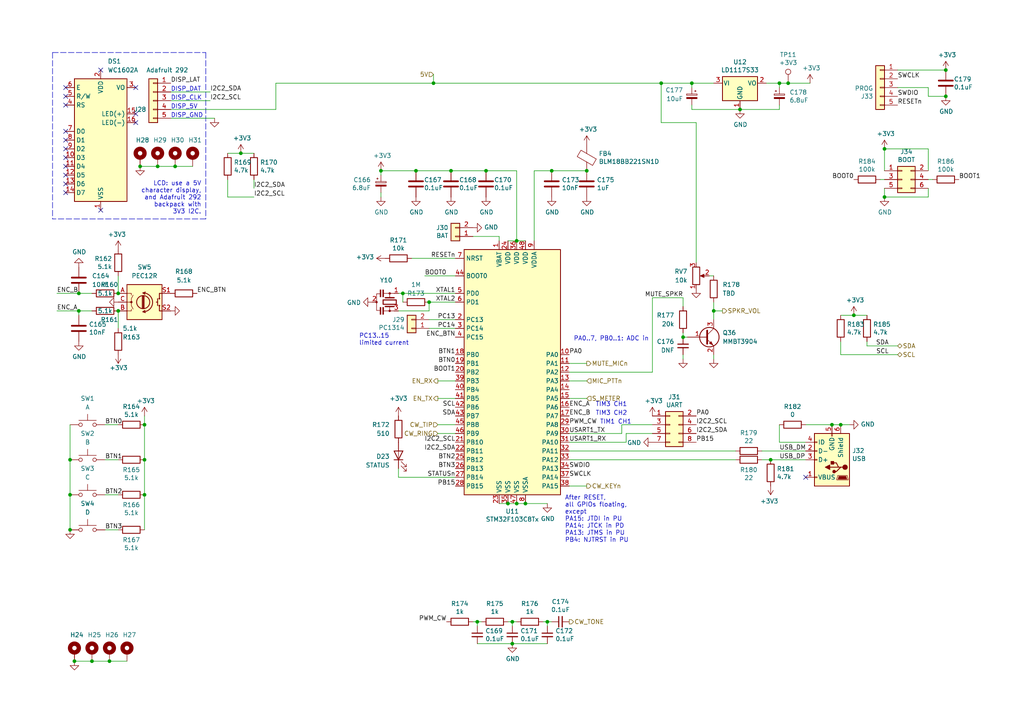
<source format=kicad_sch>
(kicad_sch (version 20211123) (generator eeschema)

  (uuid 5367a494-64b6-4f8c-adca-814c4b88525b)

  (paper "A4")

  (title_block
    (title "DART-70 TRX")
    (date "2023-01-22")
    (rev "0")
    (company "HB9EGM")
    (comment 1 "A 4m Band SSB/CW Transceiver")
  )

  

  (junction (at 34.29 85.09) (diameter 0) (color 0 0 0 0)
    (uuid 1276659c-ff14-4940-b214-e27c5bbbd628)
  )
  (junction (at 207.01 90.17) (diameter 0) (color 0 0 0 0)
    (uuid 13669500-5baf-474d-9795-5cd07ed31711)
  )
  (junction (at 125.73 24.13) (diameter 0) (color 0 0 0 0)
    (uuid 18eb06be-4daf-4e03-af66-101a20520115)
  )
  (junction (at 223.52 133.35) (diameter 0) (color 0 0 0 0)
    (uuid 2a891096-042c-4004-b161-8bd2c0b59fd7)
  )
  (junction (at 200.66 24.13) (diameter 0) (color 0 0 0 0)
    (uuid 365db125-0d05-4a3b-80f5-776f84224f16)
  )
  (junction (at 149.86 69.85) (diameter 0) (color 0 0 0 0)
    (uuid 3b398e0a-4c10-4dcc-aa1f-5dcd51a576d9)
  )
  (junction (at 20.32 143.51) (diameter 0) (color 0 0 0 0)
    (uuid 3e97b4b6-51fe-4831-8963-04e554d396f4)
  )
  (junction (at 243.84 123.19) (diameter 0) (color 0 0 0 0)
    (uuid 3f43b8cc-e232-4de4-a8bc-56a1a1c0a87a)
  )
  (junction (at 124.46 87.63) (diameter 0) (color 0 0 0 0)
    (uuid 418a0e9c-c95f-4d4a-a88f-ec13faf3303c)
  )
  (junction (at 191.77 24.13) (diameter 0) (color 0 0 0 0)
    (uuid 44749f55-d122-4aa6-85e2-ad52f442bc2e)
  )
  (junction (at 130.81 49.53) (diameter 0) (color 0 0 0 0)
    (uuid 463e71c6-e035-4ed0-9a41-c3c9633f2c78)
  )
  (junction (at 22.86 85.09) (diameter 0) (color 0 0 0 0)
    (uuid 50eddd67-6aa3-43d4-a67d-b80202184bf7)
  )
  (junction (at 40.64 48.26) (diameter 0) (color 0 0 0 0)
    (uuid 5409bb4f-9871-4b76-80d1-9c4fde9be964)
  )
  (junction (at 110.49 49.53) (diameter 0) (color 0 0 0 0)
    (uuid 5696bb77-ed27-45b2-b992-397d5b11d0ae)
  )
  (junction (at 31.75 191.77) (diameter 0) (color 0 0 0 0)
    (uuid 59cde6dd-9dca-42cc-926a-90d90b278d0e)
  )
  (junction (at 256.54 43.18) (diameter 0) (color 0 0 0 0)
    (uuid 5cfe5589-d53d-4797-82e8-c31b86c5fbb8)
  )
  (junction (at 20.32 133.35) (diameter 0) (color 0 0 0 0)
    (uuid 60f9aea0-5552-4cff-adfd-7e3333a6c431)
  )
  (junction (at 149.86 146.05) (diameter 0) (color 0 0 0 0)
    (uuid 70b621b6-45b5-43cb-9683-d589118723d7)
  )
  (junction (at 147.32 146.05) (diameter 0) (color 0 0 0 0)
    (uuid 73e2a101-0bc0-414b-9aa7-7eeb8a3caef1)
  )
  (junction (at 120.65 49.53) (diameter 0) (color 0 0 0 0)
    (uuid 752fa345-d8be-4e99-aad1-e88671f99643)
  )
  (junction (at 160.02 49.53) (diameter 0) (color 0 0 0 0)
    (uuid 77b09fa1-fbbb-49ab-94c4-069660b694ff)
  )
  (junction (at 148.59 186.69) (diameter 0) (color 0 0 0 0)
    (uuid 782b86fa-ef9f-4c16-a991-b44a80f0f0c3)
  )
  (junction (at 138.43 180.34) (diameter 0) (color 0 0 0 0)
    (uuid 7efaeda2-e767-44b9-adb2-3a0c3f4d2f1d)
  )
  (junction (at 22.86 90.17) (diameter 0) (color 0 0 0 0)
    (uuid 85d4e31f-0a9c-44fe-988a-fd9d1c9f0d5f)
  )
  (junction (at 158.75 180.34) (diameter 0) (color 0 0 0 0)
    (uuid 8847e751-6992-4f80-92c5-c3bef4b5dbf6)
  )
  (junction (at 116.84 85.09) (diameter 0) (color 0 0 0 0)
    (uuid 8c497335-9f19-4d8f-81b9-d3f6e5560190)
  )
  (junction (at 247.65 91.44) (diameter 0) (color 0 0 0 0)
    (uuid 9098a6bf-eae0-4636-90c3-6c2f5d9401fd)
  )
  (junction (at 226.06 24.13) (diameter 0) (color 0 0 0 0)
    (uuid 950bee3f-9e72-4e30-a26d-44d6909f7316)
  )
  (junction (at 241.3 123.19) (diameter 0) (color 0 0 0 0)
    (uuid 9801ccc8-5152-40bb-932d-67072f8cd8ad)
  )
  (junction (at 26.67 191.77) (diameter 0) (color 0 0 0 0)
    (uuid 98560b74-a1df-4f18-9056-9d04ee495b97)
  )
  (junction (at 256.54 57.15) (diameter 0) (color 0 0 0 0)
    (uuid 9b396834-9f2e-4234-8e77-e2f453053d8c)
  )
  (junction (at 140.97 49.53) (diameter 0) (color 0 0 0 0)
    (uuid 9cb0289b-897f-4a33-9575-6ead0989832a)
  )
  (junction (at 41.91 133.35) (diameter 0) (color 0 0 0 0)
    (uuid a306cb94-6ff0-43dc-b3ff-609bd041f651)
  )
  (junction (at 148.59 180.34) (diameter 0) (color 0 0 0 0)
    (uuid b2ecb88a-4c09-46d5-b24a-de38dbb48f75)
  )
  (junction (at 41.91 143.51) (diameter 0) (color 0 0 0 0)
    (uuid b47512f5-ddb1-4f6a-a01f-993a149ffa47)
  )
  (junction (at 152.4 146.05) (diameter 0) (color 0 0 0 0)
    (uuid b7e9cf10-b74e-4e80-a7f1-e33a29fe56de)
  )
  (junction (at 50.8 48.26) (diameter 0) (color 0 0 0 0)
    (uuid be50dc6c-7959-4fe7-9a13-513b2caf58e4)
  )
  (junction (at 20.32 153.67) (diameter 0) (color 0 0 0 0)
    (uuid be9a62f2-23dd-41df-91a7-1f4ac377faf3)
  )
  (junction (at 198.12 97.79) (diameter 0) (color 0 0 0 0)
    (uuid c21d43cd-6a5c-49e4-8e47-27ce04de320c)
  )
  (junction (at 34.29 90.17) (diameter 0) (color 0 0 0 0)
    (uuid c2d3f10b-b9a2-4cb9-979d-644e3566b349)
  )
  (junction (at 21.59 191.77) (diameter 0) (color 0 0 0 0)
    (uuid c700ac3f-55c1-4328-ac50-f1d2cfb94ee9)
  )
  (junction (at 214.63 31.75) (diameter 0) (color 0 0 0 0)
    (uuid c919be4d-1323-48ff-9b47-63e806eb379b)
  )
  (junction (at 41.91 123.19) (diameter 0) (color 0 0 0 0)
    (uuid cc016ca4-b9a4-4d80-91ba-91d6e0df5bcc)
  )
  (junction (at 45.72 48.26) (diameter 0) (color 0 0 0 0)
    (uuid d5c0f35c-e53a-490c-a51b-54d9701fea80)
  )
  (junction (at 274.32 20.32) (diameter 0) (color 0 0 0 0)
    (uuid e04409c2-b3ba-460e-bddc-62e0044901c2)
  )
  (junction (at 170.18 49.53) (diameter 0) (color 0 0 0 0)
    (uuid e1640c92-0a7b-4990-ae42-e9436c2a460d)
  )
  (junction (at 69.85 44.45) (diameter 0) (color 0 0 0 0)
    (uuid eab7c737-4450-406f-9f80-b2e18bb45dd6)
  )
  (junction (at 274.32 27.94) (diameter 0) (color 0 0 0 0)
    (uuid ed74c2b7-a3ac-4886-84f5-377b5e1bbbfc)
  )
  (junction (at 228.6 24.13) (diameter 0) (color 0 0 0 0)
    (uuid edb71222-40e6-4859-afb6-9f8493972161)
  )

  (no_connect (at 19.05 30.48) (uuid 27a098aa-a54a-4603-8a04-fe8def00e684))
  (no_connect (at 19.05 25.4) (uuid 32b8b153-c903-4741-ad0e-f8d9602e50e4))
  (no_connect (at 39.37 33.02) (uuid 342988be-16c5-4d72-82f4-e65b4c5f0a23))
  (no_connect (at 233.68 138.43) (uuid 487ede9d-e4e2-47c1-b417-084ff862638c))
  (no_connect (at 19.05 45.72) (uuid 4f2980f5-7c43-4875-a7d2-8b8b265a1e46))
  (no_connect (at 19.05 40.64) (uuid 5187d1a9-67b2-40c1-a07c-4e0e8a38791d))
  (no_connect (at 39.37 35.56) (uuid 54760758-af89-4a41-a60d-e1b689c5006e))
  (no_connect (at 29.21 20.32) (uuid 5e0f13bf-804a-411e-8f5a-2678db83e4a0))
  (no_connect (at 19.05 38.1) (uuid 657b9520-f4f5-4bbd-96e9-e7037197e3d3))
  (no_connect (at 19.05 53.34) (uuid 68b3df11-6847-4453-820a-85d602ac575b))
  (no_connect (at 19.05 43.18) (uuid 7470b900-3f1e-497f-b369-8aad981a3392))
  (no_connect (at 29.21 60.96) (uuid 94d11b9d-6eb0-4385-9ae1-ddcc32221de4))
  (no_connect (at 19.05 48.26) (uuid 98bce542-8d71-44ac-8b06-d20ab5e9152b))
  (no_connect (at 19.05 55.88) (uuid 9a013d10-199f-4d04-bd4c-941faf08d324))
  (no_connect (at 19.05 27.94) (uuid cbf32607-4f05-4315-90ea-7b1ad43a34e7))
  (no_connect (at 39.37 25.4) (uuid e52ceaab-2ff4-49eb-abf8-ad8d6eddfba5))
  (no_connect (at 19.05 50.8) (uuid e57a82f1-c1a2-475f-b5ba-dfeed83c5d9b))

  (wire (pts (xy 165.1 133.35) (xy 213.36 133.35))
    (stroke (width 0) (type default) (color 0 0 0 0))
    (uuid 006bc43b-d3a8-4a38-a8dc-5a24da3f9b4d)
  )
  (wire (pts (xy 49.53 26.67) (xy 60.96 26.67))
    (stroke (width 0) (type default) (color 0 0 0 0))
    (uuid 0172fa94-4b7c-4d5e-bde6-27bb171b91e9)
  )
  (wire (pts (xy 34.29 95.25) (xy 34.29 90.17))
    (stroke (width 0) (type default) (color 0 0 0 0))
    (uuid 035870a0-33fd-4542-9093-58d01a043d61)
  )
  (wire (pts (xy 222.25 24.13) (xy 226.06 24.13))
    (stroke (width 0) (type default) (color 0 0 0 0))
    (uuid 044e08b9-e685-498e-bd87-b8524296a144)
  )
  (wire (pts (xy 119.38 74.93) (xy 132.08 74.93))
    (stroke (width 0) (type default) (color 0 0 0 0))
    (uuid 0454b0ed-4e94-46b1-9058-7210ddee62e4)
  )
  (wire (pts (xy 200.66 31.75) (xy 214.63 31.75))
    (stroke (width 0) (type default) (color 0 0 0 0))
    (uuid 049c481d-6ebe-4dd1-9faa-e600aef235d0)
  )
  (wire (pts (xy 247.65 91.44) (xy 251.46 91.44))
    (stroke (width 0) (type default) (color 0 0 0 0))
    (uuid 0673bd15-bb27-42a3-b8dd-ff34de638161)
  )
  (wire (pts (xy 170.18 140.97) (xy 165.1 140.97))
    (stroke (width 0) (type default) (color 0 0 0 0))
    (uuid 092bd70b-48e0-45b7-9940-021b2d382881)
  )
  (wire (pts (xy 189.23 86.36) (xy 198.12 86.36))
    (stroke (width 0) (type default) (color 0 0 0 0))
    (uuid 0cb31f5d-5577-4529-a561-fc2e8e6c473e)
  )
  (wire (pts (xy 22.86 91.44) (xy 22.86 90.17))
    (stroke (width 0) (type default) (color 0 0 0 0))
    (uuid 1021e01a-7480-4604-9b82-a8d70899e83d)
  )
  (wire (pts (xy 34.29 133.35) (xy 30.48 133.35))
    (stroke (width 0) (type default) (color 0 0 0 0))
    (uuid 10acd6cf-9aa0-464b-9051-98ec9eb1cee0)
  )
  (wire (pts (xy 165.1 130.81) (xy 213.36 130.81))
    (stroke (width 0) (type default) (color 0 0 0 0))
    (uuid 11b49d13-b047-4242-be65-9a9b1c80ec58)
  )
  (wire (pts (xy 207.01 87.63) (xy 207.01 90.17))
    (stroke (width 0) (type default) (color 0 0 0 0))
    (uuid 1525aa38-a541-4636-8138-01e3058a1520)
  )
  (wire (pts (xy 251.46 100.33) (xy 260.35 100.33))
    (stroke (width 0) (type default) (color 0 0 0 0))
    (uuid 15328724-62c0-4c64-8165-7ba7fa235831)
  )
  (wire (pts (xy 127 115.57) (xy 132.08 115.57))
    (stroke (width 0) (type default) (color 0 0 0 0))
    (uuid 1627b889-41c1-4638-81bb-2059620a165d)
  )
  (wire (pts (xy 127 125.73) (xy 132.08 125.73))
    (stroke (width 0) (type default) (color 0 0 0 0))
    (uuid 166aacf9-9169-4bbe-a203-0c1180fa7c79)
  )
  (wire (pts (xy 191.77 35.56) (xy 191.77 24.13))
    (stroke (width 0) (type default) (color 0 0 0 0))
    (uuid 1758ba3f-65d9-48ce-8dc4-3064f533dbae)
  )
  (wire (pts (xy 21.59 191.77) (xy 26.67 191.77))
    (stroke (width 0) (type default) (color 0 0 0 0))
    (uuid 1998e0d6-130d-4ba8-96ae-888a1f6e3081)
  )
  (wire (pts (xy 110.49 55.88) (xy 110.49 57.15))
    (stroke (width 0) (type default) (color 0 0 0 0))
    (uuid 1a795a6f-1bc6-41fb-82d7-5ae528094d84)
  )
  (wire (pts (xy 207.01 90.17) (xy 209.55 90.17))
    (stroke (width 0) (type default) (color 0 0 0 0))
    (uuid 1d79b872-4247-447b-8107-559d53ddd5a5)
  )
  (wire (pts (xy 243.84 102.87) (xy 243.84 99.06))
    (stroke (width 0) (type default) (color 0 0 0 0))
    (uuid 1fcbe337-d147-4e02-846e-7f1ec4528bd0)
  )
  (wire (pts (xy 130.81 49.53) (xy 140.97 49.53))
    (stroke (width 0) (type default) (color 0 0 0 0))
    (uuid 2330a65f-a667-4564-b2ea-fd267508069a)
  )
  (wire (pts (xy 260.35 20.32) (xy 274.32 20.32))
    (stroke (width 0) (type default) (color 0 0 0 0))
    (uuid 23425199-2ac8-404e-b295-8bb0276f526e)
  )
  (wire (pts (xy 189.23 125.73) (xy 181.61 125.73))
    (stroke (width 0) (type default) (color 0 0 0 0))
    (uuid 238ce6dc-0557-409a-ab04-93448fccaac4)
  )
  (wire (pts (xy 160.02 49.53) (xy 154.94 49.53))
    (stroke (width 0) (type default) (color 0 0 0 0))
    (uuid 23d269d6-d694-442a-bf5d-98bf3544fc31)
  )
  (wire (pts (xy 269.24 25.4) (xy 269.24 27.94))
    (stroke (width 0) (type default) (color 0 0 0 0))
    (uuid 2480dd87-1dff-4a50-81a2-52ef161ac45c)
  )
  (wire (pts (xy 138.43 180.34) (xy 138.43 181.61))
    (stroke (width 0) (type default) (color 0 0 0 0))
    (uuid 251435cb-df17-46ab-aac4-3d24ccac8db0)
  )
  (wire (pts (xy 223.52 133.35) (xy 233.68 133.35))
    (stroke (width 0) (type default) (color 0 0 0 0))
    (uuid 25ada721-670a-4020-ae0b-77410c4e375a)
  )
  (wire (pts (xy 34.29 123.19) (xy 30.48 123.19))
    (stroke (width 0) (type default) (color 0 0 0 0))
    (uuid 2965eaa9-5c83-4078-a673-05e36103f2d1)
  )
  (wire (pts (xy 127 123.19) (xy 132.08 123.19))
    (stroke (width 0) (type default) (color 0 0 0 0))
    (uuid 2bd08fdd-e559-4112-af36-bdef9848d0a6)
  )
  (wire (pts (xy 234.95 24.13) (xy 228.6 24.13))
    (stroke (width 0) (type default) (color 0 0 0 0))
    (uuid 2da947aa-ae17-4b65-af50-1f4c2e060828)
  )
  (wire (pts (xy 69.85 44.45) (xy 73.66 44.45))
    (stroke (width 0) (type default) (color 0 0 0 0))
    (uuid 317a2bf1-677c-46ed-b6b4-eef240063844)
  )
  (wire (pts (xy 243.84 91.44) (xy 247.65 91.44))
    (stroke (width 0) (type default) (color 0 0 0 0))
    (uuid 34d6d782-5641-4526-b346-05de03ea8c0e)
  )
  (polyline (pts (xy 59.69 15.24) (xy 59.69 63.5))
    (stroke (width 0) (type default) (color 0 0 0 0))
    (uuid 36dbbb14-ed77-4633-af35-90660d2143f3)
  )

  (wire (pts (xy 80.01 31.75) (xy 80.01 24.13))
    (stroke (width 0) (type default) (color 0 0 0 0))
    (uuid 3767c9f7-bcd4-45e3-8ce9-5319ea755a8a)
  )
  (wire (pts (xy 120.65 49.53) (xy 130.81 49.53))
    (stroke (width 0) (type default) (color 0 0 0 0))
    (uuid 37e843e9-2538-4a91-9a9b-f536fa0a9e84)
  )
  (wire (pts (xy 110.49 49.53) (xy 120.65 49.53))
    (stroke (width 0) (type default) (color 0 0 0 0))
    (uuid 3a013e8f-5b12-499b-8d2d-0ad49966db1a)
  )
  (wire (pts (xy 50.8 48.26) (xy 55.88 48.26))
    (stroke (width 0) (type default) (color 0 0 0 0))
    (uuid 3c208147-3781-4b11-83b9-c01c80ce3aa9)
  )
  (wire (pts (xy 200.66 24.13) (xy 200.66 25.4))
    (stroke (width 0) (type default) (color 0 0 0 0))
    (uuid 3c7ec0d6-65f7-4e0f-bf39-65992df7174f)
  )
  (wire (pts (xy 158.75 181.61) (xy 158.75 180.34))
    (stroke (width 0) (type default) (color 0 0 0 0))
    (uuid 3d927ca0-f4ad-42ab-b902-dfef8d84eebb)
  )
  (wire (pts (xy 66.04 44.45) (xy 69.85 44.45))
    (stroke (width 0) (type default) (color 0 0 0 0))
    (uuid 3f4ca593-2b3f-4c1d-83fb-6afbc1dc83bd)
  )
  (wire (pts (xy 115.57 135.89) (xy 115.57 138.43))
    (stroke (width 0) (type default) (color 0 0 0 0))
    (uuid 3f4f4435-0d48-417e-8f86-def0fd108af7)
  )
  (wire (pts (xy 148.59 186.69) (xy 158.75 186.69))
    (stroke (width 0) (type default) (color 0 0 0 0))
    (uuid 3fc3a397-ec3a-4314-aa6a-44925ef4cbbe)
  )
  (wire (pts (xy 40.64 48.26) (xy 45.72 48.26))
    (stroke (width 0) (type default) (color 0 0 0 0))
    (uuid 415fe277-08a6-4bf9-b670-09af28cfaea7)
  )
  (polyline (pts (xy 15.24 15.24) (xy 59.69 15.24))
    (stroke (width 0) (type default) (color 0 0 0 0))
    (uuid 437ebe18-8f4c-4d60-9ade-e76424d17726)
  )

  (wire (pts (xy 158.75 180.34) (xy 160.02 180.34))
    (stroke (width 0) (type default) (color 0 0 0 0))
    (uuid 4736f749-4a0e-4a05-b1aa-d51f1c3fc23d)
  )
  (wire (pts (xy 160.02 49.53) (xy 170.18 49.53))
    (stroke (width 0) (type default) (color 0 0 0 0))
    (uuid 4829bee0-faa8-43f7-b2d7-8a6e5d1b3050)
  )
  (wire (pts (xy 34.29 80.01) (xy 34.29 85.09))
    (stroke (width 0) (type default) (color 0 0 0 0))
    (uuid 487cb37f-32e1-4fcc-b649-1ddd891984c5)
  )
  (wire (pts (xy 124.46 92.71) (xy 132.08 92.71))
    (stroke (width 0) (type default) (color 0 0 0 0))
    (uuid 4cd135a5-fdd1-4851-864a-dadf7c96d9ff)
  )
  (wire (pts (xy 20.32 123.19) (xy 20.32 133.35))
    (stroke (width 0) (type default) (color 0 0 0 0))
    (uuid 4d43e674-c1c0-4e11-b129-01108db367aa)
  )
  (wire (pts (xy 260.35 25.4) (xy 269.24 25.4))
    (stroke (width 0) (type default) (color 0 0 0 0))
    (uuid 4f69bb40-cbf2-45c5-8c23-3e0667e1f6c1)
  )
  (wire (pts (xy 165.1 128.27) (xy 181.61 128.27))
    (stroke (width 0) (type default) (color 0 0 0 0))
    (uuid 500298f6-b9ed-4e53-bde6-024545f1a90a)
  )
  (wire (pts (xy 201.93 76.2) (xy 201.93 35.56))
    (stroke (width 0) (type default) (color 0 0 0 0))
    (uuid 5072acae-0fdb-4040-acf2-e7c46e26f505)
  )
  (wire (pts (xy 226.06 24.13) (xy 228.6 24.13))
    (stroke (width 0) (type default) (color 0 0 0 0))
    (uuid 53ca9047-4473-49bf-9a5c-d4ba6da3881d)
  )
  (wire (pts (xy 41.91 123.19) (xy 41.91 120.65))
    (stroke (width 0) (type default) (color 0 0 0 0))
    (uuid 58a22765-7f2e-4f66-9ea8-f56fcca75dda)
  )
  (wire (pts (xy 34.29 143.51) (xy 30.48 143.51))
    (stroke (width 0) (type default) (color 0 0 0 0))
    (uuid 595e8034-8a59-4a5c-b366-f8604d8aa4da)
  )
  (wire (pts (xy 200.66 30.48) (xy 200.66 31.75))
    (stroke (width 0) (type default) (color 0 0 0 0))
    (uuid 5c2835f1-d56c-4019-9ef3-09fd3e460220)
  )
  (wire (pts (xy 110.49 49.53) (xy 110.49 50.8))
    (stroke (width 0) (type default) (color 0 0 0 0))
    (uuid 5e8f43a4-e869-473e-b093-0ec79ea19580)
  )
  (wire (pts (xy 226.06 128.27) (xy 233.68 128.27))
    (stroke (width 0) (type default) (color 0 0 0 0))
    (uuid 5f48357f-c353-4808-811f-74ed7ffaa7c6)
  )
  (wire (pts (xy 269.24 27.94) (xy 274.32 27.94))
    (stroke (width 0) (type default) (color 0 0 0 0))
    (uuid 61b6f2c4-b226-47d6-bbd8-9d67fcaf35c3)
  )
  (wire (pts (xy 256.54 57.15) (xy 269.24 57.15))
    (stroke (width 0) (type default) (color 0 0 0 0))
    (uuid 61e795c9-5bb5-48b3-b7a0-cb64f04c7adc)
  )
  (wire (pts (xy 34.29 153.67) (xy 30.48 153.67))
    (stroke (width 0) (type default) (color 0 0 0 0))
    (uuid 66d98295-60ac-4b7d-a181-3284b2b387bc)
  )
  (wire (pts (xy 124.46 90.17) (xy 124.46 87.63))
    (stroke (width 0) (type default) (color 0 0 0 0))
    (uuid 677a1070-c11b-49a9-8186-12e0a3e880b1)
  )
  (wire (pts (xy 66.04 57.15) (xy 66.04 52.07))
    (stroke (width 0) (type default) (color 0 0 0 0))
    (uuid 679e5b0e-a017-43d8-8845-79a886253d82)
  )
  (wire (pts (xy 26.67 191.77) (xy 31.75 191.77))
    (stroke (width 0) (type default) (color 0 0 0 0))
    (uuid 67a7995e-8784-42ca-a88d-2917f425f1b7)
  )
  (polyline (pts (xy 15.24 15.24) (xy 15.24 63.5))
    (stroke (width 0) (type default) (color 0 0 0 0))
    (uuid 6c1a4ff4-84d5-4723-9271-598658bada11)
  )

  (wire (pts (xy 165.1 125.73) (xy 180.34 125.73))
    (stroke (width 0) (type default) (color 0 0 0 0))
    (uuid 6f75ea3e-6135-44f5-9313-1aad839ab6f6)
  )
  (wire (pts (xy 137.16 180.34) (xy 138.43 180.34))
    (stroke (width 0) (type default) (color 0 0 0 0))
    (uuid 742f6656-c86d-41c0-937e-ef6ded3bd482)
  )
  (wire (pts (xy 243.84 102.87) (xy 260.35 102.87))
    (stroke (width 0) (type default) (color 0 0 0 0))
    (uuid 75080b0b-6140-45af-8605-622af6de8bea)
  )
  (wire (pts (xy 223.52 133.35) (xy 220.98 133.35))
    (stroke (width 0) (type default) (color 0 0 0 0))
    (uuid 771145ed-2e00-4172-ac95-37a36c6a35ce)
  )
  (wire (pts (xy 140.97 49.53) (xy 149.86 49.53))
    (stroke (width 0) (type default) (color 0 0 0 0))
    (uuid 7c1fd6fc-5c53-4ccb-a456-46fe6fc0bc71)
  )
  (wire (pts (xy 157.48 180.34) (xy 158.75 180.34))
    (stroke (width 0) (type default) (color 0 0 0 0))
    (uuid 7d512d14-3ca4-4934-b506-eb07d268c7dc)
  )
  (wire (pts (xy 147.32 146.05) (xy 144.78 146.05))
    (stroke (width 0) (type default) (color 0 0 0 0))
    (uuid 7f2c9904-545b-4337-acd6-8707e0924818)
  )
  (wire (pts (xy 243.84 123.19) (xy 241.3 123.19))
    (stroke (width 0) (type default) (color 0 0 0 0))
    (uuid 7fa098fb-b644-4e64-920e-8328b5d12f21)
  )
  (wire (pts (xy 144.78 68.58) (xy 137.16 68.58))
    (stroke (width 0) (type default) (color 0 0 0 0))
    (uuid 822cf157-ecb8-46d7-8cc6-5f0248fd6b37)
  )
  (wire (pts (xy 41.91 133.35) (xy 41.91 123.19))
    (stroke (width 0) (type default) (color 0 0 0 0))
    (uuid 83b77b4d-dcc2-4e93-a5f3-1d1480646393)
  )
  (wire (pts (xy 255.27 52.07) (xy 256.54 52.07))
    (stroke (width 0) (type default) (color 0 0 0 0))
    (uuid 875404be-e359-458a-af29-1bd3403dd55f)
  )
  (wire (pts (xy 170.18 110.49) (xy 165.1 110.49))
    (stroke (width 0) (type default) (color 0 0 0 0))
    (uuid 8916cfb5-5541-43a9-8e0e-951b776d485c)
  )
  (wire (pts (xy 125.73 21.59) (xy 125.73 24.13))
    (stroke (width 0) (type default) (color 0 0 0 0))
    (uuid 8aacfdd5-15da-46ff-b53e-da8342d51270)
  )
  (wire (pts (xy 207.01 90.17) (xy 207.01 92.71))
    (stroke (width 0) (type default) (color 0 0 0 0))
    (uuid 8c018d47-5ab9-4aea-a37a-71038b398265)
  )
  (wire (pts (xy 49.53 31.75) (xy 80.01 31.75))
    (stroke (width 0) (type default) (color 0 0 0 0))
    (uuid 8cf3b989-d323-4aa3-888a-229ee0855e8a)
  )
  (wire (pts (xy 20.32 143.51) (xy 20.32 153.67))
    (stroke (width 0) (type default) (color 0 0 0 0))
    (uuid 8d760ab7-cb5d-426a-b4aa-fb7e0964cb41)
  )
  (wire (pts (xy 73.66 57.15) (xy 66.04 57.15))
    (stroke (width 0) (type default) (color 0 0 0 0))
    (uuid 8f577817-ea32-42aa-bedc-809b6d0ffec6)
  )
  (wire (pts (xy 148.59 180.34) (xy 149.86 180.34))
    (stroke (width 0) (type default) (color 0 0 0 0))
    (uuid 9004cee7-358e-4c08-9d64-a05f28a4e7b6)
  )
  (wire (pts (xy 22.86 85.09) (xy 26.67 85.09))
    (stroke (width 0) (type default) (color 0 0 0 0))
    (uuid 901dc96c-698d-427d-880a-ee46536a481f)
  )
  (wire (pts (xy 198.12 97.79) (xy 199.39 97.79))
    (stroke (width 0) (type default) (color 0 0 0 0))
    (uuid 91b93633-9d4a-4170-b7ca-34e2d5aedb1e)
  )
  (wire (pts (xy 124.46 87.63) (xy 132.08 87.63))
    (stroke (width 0) (type default) (color 0 0 0 0))
    (uuid 92cf4db4-2dba-4763-9cd8-3c7f8aff8f24)
  )
  (wire (pts (xy 124.46 90.17) (xy 115.57 90.17))
    (stroke (width 0) (type default) (color 0 0 0 0))
    (uuid 93b580d1-c2df-48c4-9d06-465ca9d3eebc)
  )
  (wire (pts (xy 115.57 138.43) (xy 132.08 138.43))
    (stroke (width 0) (type default) (color 0 0 0 0))
    (uuid 9c00f763-4387-4dca-9d2a-687600fcbd31)
  )
  (wire (pts (xy 220.98 130.81) (xy 233.68 130.81))
    (stroke (width 0) (type default) (color 0 0 0 0))
    (uuid 9f7324c5-50a2-442c-8a80-edf04aa2b2ac)
  )
  (wire (pts (xy 144.78 69.85) (xy 144.78 68.58))
    (stroke (width 0) (type default) (color 0 0 0 0))
    (uuid 9f7b3295-d16c-467f-88f6-2ab8ee650e3a)
  )
  (wire (pts (xy 149.86 69.85) (xy 147.32 69.85))
    (stroke (width 0) (type default) (color 0 0 0 0))
    (uuid a32fe8ab-5810-40f6-8eab-48332c0ee5a0)
  )
  (wire (pts (xy 256.54 49.53) (xy 256.54 43.18))
    (stroke (width 0) (type default) (color 0 0 0 0))
    (uuid a560f403-c7e0-4d97-9b6c-c5351bebb237)
  )
  (wire (pts (xy 198.12 104.14) (xy 198.12 102.87))
    (stroke (width 0) (type default) (color 0 0 0 0))
    (uuid a6772870-a42e-49f8-bd4d-a35118c5fb87)
  )
  (wire (pts (xy 269.24 49.53) (xy 269.24 43.18))
    (stroke (width 0) (type default) (color 0 0 0 0))
    (uuid a6e0def8-4f4c-4324-b688-07d61c9eec31)
  )
  (wire (pts (xy 45.72 48.26) (xy 50.8 48.26))
    (stroke (width 0) (type default) (color 0 0 0 0))
    (uuid aa86e1e0-bdcd-4d16-abad-e99900421e9e)
  )
  (wire (pts (xy 124.46 95.25) (xy 132.08 95.25))
    (stroke (width 0) (type default) (color 0 0 0 0))
    (uuid ab5db7e5-9de7-449f-b70b-9d0dd610b10b)
  )
  (wire (pts (xy 116.84 87.63) (xy 116.84 85.09))
    (stroke (width 0) (type default) (color 0 0 0 0))
    (uuid ac5a5c45-797a-4bbe-bfd5-5ce5a8aa3463)
  )
  (wire (pts (xy 198.12 96.52) (xy 198.12 97.79))
    (stroke (width 0) (type default) (color 0 0 0 0))
    (uuid ae0da676-b905-4af3-8d1e-af49105ca29d)
  )
  (wire (pts (xy 152.4 146.05) (xy 149.86 146.05))
    (stroke (width 0) (type default) (color 0 0 0 0))
    (uuid b05af61d-3c1d-44cf-aea2-61fd169c9d1a)
  )
  (wire (pts (xy 31.75 191.77) (xy 36.83 191.77))
    (stroke (width 0) (type default) (color 0 0 0 0))
    (uuid b28ba5b1-54d9-4597-94a4-3b5c7b5bab1e)
  )
  (wire (pts (xy 149.86 49.53) (xy 149.86 69.85))
    (stroke (width 0) (type default) (color 0 0 0 0))
    (uuid b3eebb03-af8c-48e8-a7d9-5ec3741206fa)
  )
  (wire (pts (xy 191.77 24.13) (xy 200.66 24.13))
    (stroke (width 0) (type default) (color 0 0 0 0))
    (uuid b5764917-bb73-4032-bb79-484b4094badd)
  )
  (wire (pts (xy 181.61 125.73) (xy 181.61 128.27))
    (stroke (width 0) (type default) (color 0 0 0 0))
    (uuid b9fce689-53c2-4275-98d8-2c8da9bd740a)
  )
  (wire (pts (xy 116.84 85.09) (xy 115.57 85.09))
    (stroke (width 0) (type default) (color 0 0 0 0))
    (uuid ba80136a-34d0-4a97-a9c9-c43ab3f7be6e)
  )
  (wire (pts (xy 152.4 69.85) (xy 149.86 69.85))
    (stroke (width 0) (type default) (color 0 0 0 0))
    (uuid bade9875-e59b-4d52-b529-c48d7c265fc4)
  )
  (wire (pts (xy 49.53 29.21) (xy 60.96 29.21))
    (stroke (width 0) (type default) (color 0 0 0 0))
    (uuid bc913ca4-9065-43d2-9d7f-c7073d14811d)
  )
  (wire (pts (xy 170.18 115.57) (xy 165.1 115.57))
    (stroke (width 0) (type default) (color 0 0 0 0))
    (uuid bcb9de97-da39-48c2-ba62-52171a3a19f8)
  )
  (wire (pts (xy 207.01 104.14) (xy 207.01 102.87))
    (stroke (width 0) (type default) (color 0 0 0 0))
    (uuid be3969cd-6eb6-46db-b717-5a91b206baa1)
  )
  (wire (pts (xy 22.86 85.09) (xy 16.51 85.09))
    (stroke (width 0) (type default) (color 0 0 0 0))
    (uuid c71a0f1c-e0a1-4cfb-a1c2-249d4b359638)
  )
  (wire (pts (xy 180.34 123.19) (xy 189.23 123.19))
    (stroke (width 0) (type default) (color 0 0 0 0))
    (uuid ca0eab8e-e3fd-464d-bb03-d1603b8a651b)
  )
  (wire (pts (xy 269.24 57.15) (xy 269.24 54.61))
    (stroke (width 0) (type default) (color 0 0 0 0))
    (uuid ca12753c-a5f4-49a4-bb14-a01420a86edb)
  )
  (wire (pts (xy 201.93 35.56) (xy 191.77 35.56))
    (stroke (width 0) (type default) (color 0 0 0 0))
    (uuid cd84c7b2-4536-4fce-8e6f-895da17fdf47)
  )
  (wire (pts (xy 200.66 24.13) (xy 207.01 24.13))
    (stroke (width 0) (type default) (color 0 0 0 0))
    (uuid cda471cd-ed64-4f58-b827-5f282321cb92)
  )
  (wire (pts (xy 73.66 54.61) (xy 73.66 52.07))
    (stroke (width 0) (type default) (color 0 0 0 0))
    (uuid cf02db11-2ff8-4f79-b3e9-9802575ab786)
  )
  (wire (pts (xy 226.06 24.13) (xy 226.06 25.4))
    (stroke (width 0) (type default) (color 0 0 0 0))
    (uuid d030b1b5-66ea-4dee-aa8b-a368d46b7f2a)
  )
  (wire (pts (xy 214.63 31.75) (xy 226.06 31.75))
    (stroke (width 0) (type default) (color 0 0 0 0))
    (uuid d0c49abc-3258-4c00-a10f-f54b5d0253a5)
  )
  (wire (pts (xy 154.94 49.53) (xy 154.94 69.85))
    (stroke (width 0) (type default) (color 0 0 0 0))
    (uuid d1ea7795-8403-4edb-b959-1b29f77ed16f)
  )
  (wire (pts (xy 26.67 90.17) (xy 22.86 90.17))
    (stroke (width 0) (type default) (color 0 0 0 0))
    (uuid d4d81f67-fac4-4771-8b7d-f2089683330d)
  )
  (wire (pts (xy 269.24 43.18) (xy 256.54 43.18))
    (stroke (width 0) (type default) (color 0 0 0 0))
    (uuid d8e238b6-5437-4b14-9ba7-0337f0b828ab)
  )
  (wire (pts (xy 148.59 181.61) (xy 148.59 180.34))
    (stroke (width 0) (type default) (color 0 0 0 0))
    (uuid d8ebdeb0-2bbd-4a1b-a259-f95c97f44cbe)
  )
  (wire (pts (xy 147.32 180.34) (xy 148.59 180.34))
    (stroke (width 0) (type default) (color 0 0 0 0))
    (uuid dacfc6b2-f197-4446-86ee-d141533404be)
  )
  (wire (pts (xy 246.38 123.19) (xy 243.84 123.19))
    (stroke (width 0) (type default) (color 0 0 0 0))
    (uuid dba4ad5b-8704-4fc8-9247-b9c4709cf1cf)
  )
  (wire (pts (xy 49.53 34.29) (xy 62.23 34.29))
    (stroke (width 0) (type default) (color 0 0 0 0))
    (uuid dc2567a8-f67d-423b-a6b0-f3bf10022eef)
  )
  (wire (pts (xy 16.51 90.17) (xy 22.86 90.17))
    (stroke (width 0) (type default) (color 0 0 0 0))
    (uuid dc3924cb-3c6c-488f-b9d5-465b4a917136)
  )
  (wire (pts (xy 132.08 85.09) (xy 116.84 85.09))
    (stroke (width 0) (type default) (color 0 0 0 0))
    (uuid dcbc5a2e-2561-4663-8736-09acc9fe0209)
  )
  (wire (pts (xy 80.01 24.13) (xy 125.73 24.13))
    (stroke (width 0) (type default) (color 0 0 0 0))
    (uuid dcd3cd29-abce-4f07-aed6-b3bd595ad3c1)
  )
  (wire (pts (xy 138.43 186.69) (xy 148.59 186.69))
    (stroke (width 0) (type default) (color 0 0 0 0))
    (uuid ddcf9a83-0126-4df6-88fa-3363d508d3a6)
  )
  (wire (pts (xy 158.75 146.05) (xy 152.4 146.05))
    (stroke (width 0) (type default) (color 0 0 0 0))
    (uuid e382fedc-c868-44fd-9740-47cc05b15c1c)
  )
  (wire (pts (xy 170.18 105.41) (xy 165.1 105.41))
    (stroke (width 0) (type default) (color 0 0 0 0))
    (uuid e4a40ea1-de8c-4913-8d95-0a86c0054fcc)
  )
  (wire (pts (xy 125.73 24.13) (xy 191.77 24.13))
    (stroke (width 0) (type default) (color 0 0 0 0))
    (uuid e56a79a9-61d2-495a-b224-3ba9edb139f1)
  )
  (wire (pts (xy 226.06 123.19) (xy 226.06 128.27))
    (stroke (width 0) (type default) (color 0 0 0 0))
    (uuid e584287a-6232-40cf-a082-8dea5986b945)
  )
  (wire (pts (xy 138.43 180.34) (xy 139.7 180.34))
    (stroke (width 0) (type default) (color 0 0 0 0))
    (uuid e68fac9b-3de3-4acb-9bb0-3dee3685df22)
  )
  (wire (pts (xy 180.34 125.73) (xy 180.34 123.19))
    (stroke (width 0) (type default) (color 0 0 0 0))
    (uuid e7130644-c4ae-4f9d-997d-5b4fa9d09578)
  )
  (wire (pts (xy 127 110.49) (xy 132.08 110.49))
    (stroke (width 0) (type default) (color 0 0 0 0))
    (uuid e719e133-06c8-48a5-8b34-3a33eec285a2)
  )
  (polyline (pts (xy 59.69 63.5) (xy 15.24 63.5))
    (stroke (width 0) (type default) (color 0 0 0 0))
    (uuid e8e850c4-7708-4bbf-84e9-a768c6d278e3)
  )

  (wire (pts (xy 198.12 86.36) (xy 198.12 88.9))
    (stroke (width 0) (type default) (color 0 0 0 0))
    (uuid eaa232ae-0357-4d6f-87b8-c4745ba4beae)
  )
  (wire (pts (xy 41.91 153.67) (xy 41.91 143.51))
    (stroke (width 0) (type default) (color 0 0 0 0))
    (uuid eb5c3818-51cd-4092-a6a2-1d306912382e)
  )
  (wire (pts (xy 256.54 57.15) (xy 256.54 54.61))
    (stroke (width 0) (type default) (color 0 0 0 0))
    (uuid eca73914-6f4b-487c-b8f6-6bedca0fa3fb)
  )
  (wire (pts (xy 123.19 80.01) (xy 132.08 80.01))
    (stroke (width 0) (type default) (color 0 0 0 0))
    (uuid ed265626-f6f5-4029-beb9-f6ad275e86b5)
  )
  (wire (pts (xy 41.91 143.51) (xy 41.91 133.35))
    (stroke (width 0) (type default) (color 0 0 0 0))
    (uuid ee955228-8cba-41df-9590-142549e57cef)
  )
  (wire (pts (xy 251.46 100.33) (xy 251.46 99.06))
    (stroke (width 0) (type default) (color 0 0 0 0))
    (uuid f1353e9e-7eae-44e9-872c-ec11c41e5657)
  )
  (wire (pts (xy 165.1 107.95) (xy 189.23 107.95))
    (stroke (width 0) (type default) (color 0 0 0 0))
    (uuid f1ef3bae-8492-482a-bb52-c850c5dd92fa)
  )
  (wire (pts (xy 226.06 30.48) (xy 226.06 31.75))
    (stroke (width 0) (type default) (color 0 0 0 0))
    (uuid f2333ea0-3cdc-40cc-b541-5643d95d4956)
  )
  (wire (pts (xy 189.23 107.95) (xy 189.23 86.36))
    (stroke (width 0) (type default) (color 0 0 0 0))
    (uuid f3536d5c-3080-450b-b9d1-9b03a699a225)
  )
  (wire (pts (xy 149.86 146.05) (xy 147.32 146.05))
    (stroke (width 0) (type default) (color 0 0 0 0))
    (uuid f46f4b86-daf6-4869-98cb-928039f00f5f)
  )
  (wire (pts (xy 270.51 52.07) (xy 269.24 52.07))
    (stroke (width 0) (type default) (color 0 0 0 0))
    (uuid f683b564-906b-42f6-a233-cd22c58657dd)
  )
  (wire (pts (xy 241.3 123.19) (xy 233.68 123.19))
    (stroke (width 0) (type default) (color 0 0 0 0))
    (uuid f6c96c0d-4cf7-4e5a-ad96-cb52e5fda138)
  )
  (wire (pts (xy 20.32 133.35) (xy 20.32 143.51))
    (stroke (width 0) (type default) (color 0 0 0 0))
    (uuid f928df12-b33b-4d6e-8a51-572bf83802ca)
  )
  (wire (pts (xy 205.74 80.01) (xy 207.01 80.01))
    (stroke (width 0) (type default) (color 0 0 0 0))
    (uuid fda99d35-648a-4644-959e-8e11da852ebe)
  )

  (text "TODO\n\n\nDone\nReplace connector by footprints for buttons, encoder and display\nCheck how I finally did CW on Picardy 2020\nAdd cable between main board and control"
    (at 1.27 -15.24 0)
    (effects (font (size 3 3)) (justify left bottom))
    (uuid 1154c567-1e30-4104-a3b9-6b57e1efe0f8)
  )
  (text "DISP_5V" (at 49.53 31.75 0)
    (effects (font (size 1.27 1.27)) (justify left bottom))
    (uuid 1ae70af6-ac4a-4a28-aff8-9077e17e3e61)
  )
  (text "DISP_GND" (at 49.53 34.29 0)
    (effects (font (size 1.27 1.27)) (justify left bottom))
    (uuid 2a4a455a-d851-42f3-92ae-dce395b66e62)
  )
  (text "After RESET,\nall GPIOs floating,\nexcept\nPA15: JTDI in PU\nPA14: JTCK in PD\nPA13: JTMS in PU\nPB4: NJTRST in PU"
    (at 163.83 157.48 0)
    (effects (font (size 1.27 1.27)) (justify left bottom))
    (uuid 4585c64e-96ad-4886-8cc1-623266bf73bf)
  )
  (text "TIM1 CH1" (at 173.99 123.19 0)
    (effects (font (size 1.27 1.27)) (justify left bottom))
    (uuid 49389a66-8741-452b-8284-834f65c51e1b)
  )
  (text "Comment from picardy:\n\nLow pass filter for CW sidetone,\nfinally unused. STATUS LED replaced\nby piezo buzzer instead."
    (at -53.34 -16.51 0)
    (effects (font (size 1.27 1.27)) (justify left bottom))
    (uuid 76d9276c-0bff-44cf-81b5-cc0de1c97f12)
  )
  (text "TIM3 CH1" (at 172.72 118.11 0)
    (effects (font (size 1.27 1.27)) (justify left bottom))
    (uuid 7ea15999-0781-4c2e-a266-2adaf5a39946)
  )
  (text "LCD: use a 5V\ncharacter display,\nand Adafruit 292\nbackpack with\n3V3 I2C.\n"
    (at 58.42 62.23 180)
    (effects (font (size 1.27 1.27)) (justify right bottom))
    (uuid 957effad-d1d8-4a6b-8428-056683589978)
  )
  (text "TIM3 CH2" (at 172.72 120.65 0)
    (effects (font (size 1.27 1.27)) (justify left bottom))
    (uuid a632aa3e-0113-4f5d-90b5-27bac9ed8392)
  )
  (text "PC13..15\nlimited current" (at 104.14 100.33 0)
    (effects (font (size 1.27 1.27)) (justify left bottom))
    (uuid d5605fa7-538d-473c-8da8-4e6409672b1d)
  )
  (text "DISP_DAT" (at 49.53 26.67 0)
    (effects (font (size 1.27 1.27)) (justify left bottom))
    (uuid e1ee8c3a-d18b-43d4-92e4-74a5b6e689c1)
  )
  (text "PA0..7, PB0..1: ADC in" (at 166.37 99.06 0)
    (effects (font (size 1.27 1.27)) (justify left bottom))
    (uuid fb6ae0ae-5f09-42f3-a277-43e9524a252b)
  )
  (text "DISP_CLK" (at 49.53 29.21 0)
    (effects (font (size 1.27 1.27)) (justify left bottom))
    (uuid fd29d2ff-b67b-4b37-95fa-5b64b72e1a7d)
  )

  (label "USB_DP" (at 226.06 133.35 0)
    (effects (font (size 1.27 1.27)) (justify left bottom))
    (uuid 0157ed9d-375b-4b39-a7c1-9cb08dcf67bf)
  )
  (label "USART1_RX" (at 165.1 128.27 0)
    (effects (font (size 1.27 1.27)) (justify left bottom))
    (uuid 0470f6f8-3373-4410-9688-3749de7c241a)
  )
  (label "SDA" (at 132.08 120.65 180)
    (effects (font (size 1.27 1.27)) (justify right bottom))
    (uuid 0886377c-acad-41ba-a045-1d436eadaaab)
  )
  (label "BTN1" (at 132.08 102.87 180)
    (effects (font (size 1.27 1.27)) (justify right bottom))
    (uuid 0ece2b87-02c1-4250-9204-efdee0b5a9d0)
  )
  (label "PB15" (at 201.93 128.27 0)
    (effects (font (size 1.27 1.27)) (justify left bottom))
    (uuid 1c36527b-20ab-4863-8486-3913ee2e57f4)
  )
  (label "I2C2_SDA" (at 73.66 54.61 0)
    (effects (font (size 1.27 1.27)) (justify left bottom))
    (uuid 23d0e929-f5a1-4c62-b387-0887d9659f38)
  )
  (label "BOOT1" (at 278.13 52.07 0)
    (effects (font (size 1.27 1.27)) (justify left bottom))
    (uuid 3a41f6b2-d64e-4fc9-9c78-62461e28f42c)
  )
  (label "BTN2" (at 132.08 133.35 180)
    (effects (font (size 1.27 1.27)) (justify right bottom))
    (uuid 3fcf515a-b2e5-4769-a263-706606d34687)
  )
  (label "I2C2_SDA" (at 201.93 125.73 0)
    (effects (font (size 1.27 1.27)) (justify left bottom))
    (uuid 474da0bb-a80f-4ce4-b14e-5f26d8f31e91)
  )
  (label "USB_DM" (at 226.06 130.81 0)
    (effects (font (size 1.27 1.27)) (justify left bottom))
    (uuid 496eb987-d081-4e1e-a63a-28ee1d48f2f8)
  )
  (label "PB15" (at 132.08 140.97 180)
    (effects (font (size 1.27 1.27)) (justify right bottom))
    (uuid 4c756fc2-8fde-4459-8921-e1db5a89f1ba)
  )
  (label "SWDIO" (at 165.1 135.89 0)
    (effects (font (size 1.27 1.27)) (justify left bottom))
    (uuid 502090da-c5a3-4316-9f8a-2de92274b2b8)
  )
  (label "ENC_BTN" (at 132.08 97.79 180)
    (effects (font (size 1.27 1.27)) (justify right bottom))
    (uuid 588d3cbf-6c0a-4102-8f72-574f6ea20133)
  )
  (label "I2C2_SCL" (at 201.93 123.19 0)
    (effects (font (size 1.27 1.27)) (justify left bottom))
    (uuid 5900b9d3-f54e-4689-953a-e125f5f9fa71)
  )
  (label "SCL" (at 132.08 118.11 180)
    (effects (font (size 1.27 1.27)) (justify right bottom))
    (uuid 5bd9bd00-e17c-4137-8daf-974f4e7eb479)
  )
  (label "XTAL2" (at 132.08 87.63 180)
    (effects (font (size 1.27 1.27)) (justify right bottom))
    (uuid 5c5b3284-d7e2-4069-8087-eaf4a8346272)
  )
  (label "ENC_B" (at 16.51 85.09 0)
    (effects (font (size 1.27 1.27)) (justify left bottom))
    (uuid 5e4e2554-e691-40cb-837f-552b7d5bc858)
  )
  (label "I2C2_SCL" (at 73.66 57.15 0)
    (effects (font (size 1.27 1.27)) (justify left bottom))
    (uuid 61d63f1b-dbdf-4e18-9e78-d70eac21ae65)
  )
  (label "I2C2_SDA" (at 132.08 130.81 180)
    (effects (font (size 1.27 1.27)) (justify right bottom))
    (uuid 6c1d0ff6-53d9-4a5b-89a8-5313d6ca7d94)
  )
  (label "SDA" (at 257.81 100.33 180)
    (effects (font (size 1.27 1.27)) (justify right bottom))
    (uuid 6db6b2d8-cd53-4924-910c-ce03370c85ba)
  )
  (label "BTN0" (at 132.08 105.41 180)
    (effects (font (size 1.27 1.27)) (justify right bottom))
    (uuid 72635b6d-f5d1-44fe-86b5-9bebc2da5d46)
  )
  (label "SCL" (at 257.81 102.87 180)
    (effects (font (size 1.27 1.27)) (justify right bottom))
    (uuid 7288ce3d-ad6e-43f5-96ca-99065d7798d0)
  )
  (label "ENC_BTN" (at 57.15 85.09 0)
    (effects (font (size 1.27 1.27)) (justify left bottom))
    (uuid 73b08644-febb-4c1e-9b8f-826cf4cd7348)
  )
  (label "ENC_A" (at 165.1 118.11 0)
    (effects (font (size 1.27 1.27)) (justify left bottom))
    (uuid 7803a0ea-b6d3-457b-b195-42c8dc80b579)
  )
  (label "XTAL1" (at 132.08 85.09 180)
    (effects (font (size 1.27 1.27)) (justify right bottom))
    (uuid 794e55a0-75fe-436a-8b64-c2f248c65f18)
  )
  (label "ENC_B" (at 165.1 120.65 0)
    (effects (font (size 1.27 1.27)) (justify left bottom))
    (uuid 7fd58396-b4e5-46f4-aa37-499fb1457243)
  )
  (label "STATUSn" (at 132.08 138.43 180)
    (effects (font (size 1.27 1.27)) (justify right bottom))
    (uuid 8233de19-691a-4981-9177-f647c5ab854c)
  )
  (label "BTN2" (at 30.48 143.51 0)
    (effects (font (size 1.27 1.27)) (justify left bottom))
    (uuid 8b8cbcc8-2fab-4017-82d7-9e2b0dd87d55)
  )
  (label "RESETn" (at 260.35 30.48 0)
    (effects (font (size 1.27 1.27)) (justify left bottom))
    (uuid 8ce5f070-df4e-4d8d-b78f-3ef1b6a0875c)
  )
  (label "PWM_CW" (at 165.1 123.19 0)
    (effects (font (size 1.27 1.27)) (justify left bottom))
    (uuid 8d33a8d3-c5cc-40b4-ba71-6923d60927e2)
  )
  (label "BOOT0" (at 123.19 80.01 0)
    (effects (font (size 1.27 1.27)) (justify left bottom))
    (uuid 92ba8945-0271-4dc3-a102-541bc7646045)
  )
  (label "DISP_LAT" (at 49.53 24.13 0)
    (effects (font (size 1.27 1.27)) (justify left bottom))
    (uuid 92f4b848-251e-40e0-b324-8b9b23c0d808)
  )
  (label "PC14" (at 132.08 95.25 180)
    (effects (font (size 1.27 1.27)) (justify right bottom))
    (uuid 94b40fef-8e3d-4a32-a137-035c86ca86c8)
  )
  (label "PA0" (at 165.1 102.87 0)
    (effects (font (size 1.27 1.27)) (justify left bottom))
    (uuid a4813917-c395-4e03-b658-4133a12249cd)
  )
  (label "SWCLK" (at 260.35 22.86 0)
    (effects (font (size 1.27 1.27)) (justify left bottom))
    (uuid b4b8fad9-0954-4267-898b-11fce62b39de)
  )
  (label "PC13" (at 132.08 92.71 180)
    (effects (font (size 1.27 1.27)) (justify right bottom))
    (uuid bb592211-9895-49a1-bb6a-47f7a9f85864)
  )
  (label "SWCLK" (at 165.1 138.43 0)
    (effects (font (size 1.27 1.27)) (justify left bottom))
    (uuid bf046f55-cad5-4e6d-8fc5-1978a2a4f4dc)
  )
  (label "MUTE_SPKR" (at 198.12 86.36 180)
    (effects (font (size 1.27 1.27)) (justify right bottom))
    (uuid bf990ee0-74a2-4da7-8afc-cf8f9fcfdf9c)
  )
  (label "BTN3" (at 30.48 153.67 0)
    (effects (font (size 1.27 1.27)) (justify left bottom))
    (uuid c40d36bb-2efa-4bc3-859b-223faaa66f3e)
  )
  (label "BTN0" (at 30.48 123.19 0)
    (effects (font (size 1.27 1.27)) (justify left bottom))
    (uuid c435621a-1e7b-4aea-a701-d5d27a54bd0d)
  )
  (label "BOOT1" (at 132.08 107.95 180)
    (effects (font (size 1.27 1.27)) (justify right bottom))
    (uuid c8ce7d0f-bd8a-416c-9bb9-339f4090a830)
  )
  (label "I2C2_SCL" (at 60.96 29.21 0)
    (effects (font (size 1.27 1.27)) (justify left bottom))
    (uuid c90387a3-7222-414a-9f26-d5d7b7d40104)
  )
  (label "PWM_CW" (at 129.54 180.34 180)
    (effects (font (size 1.27 1.27)) (justify right bottom))
    (uuid cf672f56-2d68-4c6c-a783-23e23c937b72)
  )
  (label "SWDIO" (at 260.35 27.94 0)
    (effects (font (size 1.27 1.27)) (justify left bottom))
    (uuid e42b8b80-020c-4fee-b000-fd91abf3966d)
  )
  (label "USART1_TX" (at 165.1 125.73 0)
    (effects (font (size 1.27 1.27)) (justify left bottom))
    (uuid e721791d-da51-4bae-ab44-002be5ea386c)
  )
  (label "I2C2_SDA" (at 60.96 26.67 0)
    (effects (font (size 1.27 1.27)) (justify left bottom))
    (uuid e75faf61-76fe-4e22-b01e-16c228ce55be)
  )
  (label "RESETn" (at 132.08 74.93 180)
    (effects (font (size 1.27 1.27)) (justify right bottom))
    (uuid e9862dd4-26d2-4ddd-91fc-972d848045f5)
  )
  (label "I2C2_SCL" (at 132.08 128.27 180)
    (effects (font (size 1.27 1.27)) (justify right bottom))
    (uuid ee5ea3d6-1422-40d3-882b-9d8b9c72bbba)
  )
  (label "PA0" (at 201.93 120.65 0)
    (effects (font (size 1.27 1.27)) (justify left bottom))
    (uuid f2cb3dc7-19c3-4d39-8479-4368f9d1680c)
  )
  (label "BTN3" (at 132.08 135.89 180)
    (effects (font (size 1.27 1.27)) (justify right bottom))
    (uuid f686f314-e4c1-4c2d-a83a-58da96d3edf9)
  )
  (label "ENC_A" (at 16.51 90.17 0)
    (effects (font (size 1.27 1.27)) (justify left bottom))
    (uuid f7a8cf05-b405-47d6-a8ce-eb5ffec4afaa)
  )
  (label "BTN1" (at 30.48 133.35 0)
    (effects (font (size 1.27 1.27)) (justify left bottom))
    (uuid f82b8be3-e209-4493-8527-8e48e4d9c1ce)
  )
  (label "BOOT0" (at 247.65 52.07 180)
    (effects (font (size 1.27 1.27)) (justify right bottom))
    (uuid fd2d066c-2ff9-43c4-ab8e-a65d2b71b5c1)
  )

  (hierarchical_label "SDA" (shape bidirectional) (at 260.35 100.33 0)
    (effects (font (size 1.27 1.27)) (justify left))
    (uuid 0ef1b66f-e76b-4202-84a8-3a5c6b43b54d)
  )
  (hierarchical_label "5V" (shape input) (at 125.73 21.59 180)
    (effects (font (size 1.27 1.27)) (justify right))
    (uuid 1482a397-7070-4a7f-87fc-b4a801f5cfa9)
  )
  (hierarchical_label "CW_RING" (shape input) (at 127 125.73 180)
    (effects (font (size 1.27 1.27)) (justify right))
    (uuid 16a9ff70-bfb0-43c0-91e2-031c952ed930)
  )
  (hierarchical_label "MIC_PTTn" (shape input) (at 170.18 110.49 0)
    (effects (font (size 1.27 1.27)) (justify left))
    (uuid 1718dc82-e46c-4c2e-af5a-768580eea712)
  )
  (hierarchical_label "SPKR_VOL" (shape output) (at 209.55 90.17 0)
    (effects (font (size 1.27 1.27)) (justify left))
    (uuid 32993904-ff6f-4989-9ce4-90806124fcff)
  )
  (hierarchical_label "SCL" (shape bidirectional) (at 260.35 102.87 0)
    (effects (font (size 1.27 1.27)) (justify left))
    (uuid 474d99d2-54fe-431f-a744-fd4a289e3a63)
  )
  (hierarchical_label "EN_TX" (shape output) (at 127 115.57 180)
    (effects (font (size 1.27 1.27)) (justify right))
    (uuid 4a151dd5-28d8-42af-b70d-d52cf427540e)
  )
  (hierarchical_label "CW_KEYn" (shape output) (at 170.18 140.97 0)
    (effects (font (size 1.27 1.27)) (justify left))
    (uuid 5b1cf420-b469-4a8f-a998-9abdfd8b7687)
  )
  (hierarchical_label "EN_RX" (shape output) (at 127 110.49 180)
    (effects (font (size 1.27 1.27)) (justify right))
    (uuid 92563de1-61c4-4e3f-8603-96474790934f)
  )
  (hierarchical_label "CW_TIP" (shape input) (at 127 123.19 180)
    (effects (font (size 1.27 1.27)) (justify right))
    (uuid a263031f-c5bf-414f-9c78-a88827a06381)
  )
  (hierarchical_label "S_METER" (shape input) (at 170.18 115.57 0)
    (effects (font (size 1.27 1.27)) (justify left))
    (uuid d205f026-5c37-4a8f-96d0-c67ab0976f34)
  )
  (hierarchical_label "CW_TONE" (shape output) (at 165.1 180.34 0)
    (effects (font (size 1.27 1.27)) (justify left))
    (uuid d618158f-4184-4754-aa33-65a98e706342)
  )
  (hierarchical_label "MUTE_MICn" (shape output) (at 170.18 105.41 0)
    (effects (font (size 1.27 1.27)) (justify left))
    (uuid e721274f-b458-4ab5-8d4d-44bffaffa7c9)
  )

  (symbol (lib_id "Device:R") (at 115.57 74.93 90) (unit 1)
    (in_bom yes) (on_board yes)
    (uuid 00000000-0000-0000-0000-00005e3048e7)
    (property "Reference" "R171" (id 0) (at 115.57 69.6722 90))
    (property "Value" "10k" (id 1) (at 115.57 71.9836 90))
    (property "Footprint" "Resistor_SMD:R_0603_1608Metric_Pad1.05x0.95mm_HandSolder" (id 2) (at 115.57 76.708 90)
      (effects (font (size 1.27 1.27)) hide)
    )
    (property "Datasheet" "~" (id 3) (at 115.57 74.93 0)
      (effects (font (size 1.27 1.27)) hide)
    )
    (property "Need_order" "0" (id 4) (at 115.57 74.93 0)
      (effects (font (size 1.27 1.27)) hide)
    )
    (pin "1" (uuid f8f190b9-b0db-4303-be1a-5600b63ef7b3))
    (pin "2" (uuid 7e09dacf-e7df-4d1b-ae00-782e58d5681e))
  )

  (symbol (lib_id "Device:Ferrite_Bead") (at 170.18 45.72 180) (unit 1)
    (in_bom yes) (on_board yes)
    (uuid 00000000-0000-0000-0000-00005e5709c5)
    (property "Reference" "FB4" (id 0) (at 173.6598 44.5516 0)
      (effects (font (size 1.27 1.27)) (justify right))
    )
    (property "Value" "BLM18BB221SN1D" (id 1) (at 173.6598 46.863 0)
      (effects (font (size 1.27 1.27)) (justify right))
    )
    (property "Footprint" "Inductor_SMD:L_0603_1608Metric_Pad1.05x0.95mm_HandSolder" (id 2) (at 171.958 45.72 90)
      (effects (font (size 1.27 1.27)) hide)
    )
    (property "Datasheet" "~" (id 3) (at 170.18 45.72 0)
      (effects (font (size 1.27 1.27)) hide)
    )
    (property "MPN" "BLM18BB221SN1D" (id 4) (at 170.18 45.72 90)
      (effects (font (size 1.27 1.27)) hide)
    )
    (property "Need_order" "0" (id 5) (at 170.18 45.72 90)
      (effects (font (size 1.27 1.27)) hide)
    )
    (pin "1" (uuid 91739e86-f39b-4cdc-b575-642e4a50730e))
    (pin "2" (uuid f96e437f-ac96-4e0c-9515-7163a925c871))
  )

  (symbol (lib_id "Device:R") (at 133.35 180.34 270) (unit 1)
    (in_bom yes) (on_board yes)
    (uuid 00000000-0000-0000-0000-00005e58e428)
    (property "Reference" "R174" (id 0) (at 133.35 175.0822 90))
    (property "Value" "1k" (id 1) (at 133.35 177.3936 90))
    (property "Footprint" "Resistor_SMD:R_0603_1608Metric_Pad1.05x0.95mm_HandSolder" (id 2) (at 133.35 178.562 90)
      (effects (font (size 1.27 1.27)) hide)
    )
    (property "Datasheet" "~" (id 3) (at 133.35 180.34 0)
      (effects (font (size 1.27 1.27)) hide)
    )
    (property "Need_order" "0" (id 4) (at 133.35 180.34 0)
      (effects (font (size 1.27 1.27)) hide)
    )
    (pin "1" (uuid 281b5eb6-1208-42ae-bb8a-610da179d81d))
    (pin "2" (uuid 5f6ef5a5-fcef-46d6-861e-e8cbd84496dc))
  )

  (symbol (lib_id "Device:C_Small") (at 148.59 184.15 0) (unit 1)
    (in_bom yes) (on_board yes)
    (uuid 00000000-0000-0000-0000-00005e5a72b6)
    (property "Reference" "C171" (id 0) (at 150.9268 182.9816 0)
      (effects (font (size 1.27 1.27)) (justify left))
    )
    (property "Value" "0.1uF" (id 1) (at 150.9268 185.293 0)
      (effects (font (size 1.27 1.27)) (justify left))
    )
    (property "Footprint" "Capacitor_SMD:C_0603_1608Metric_Pad1.05x0.95mm_HandSolder" (id 2) (at 148.59 184.15 0)
      (effects (font (size 1.27 1.27)) hide)
    )
    (property "Datasheet" "~" (id 3) (at 148.59 184.15 0)
      (effects (font (size 1.27 1.27)) hide)
    )
    (property "MPN" "GRM188R71H104KA93D" (id 4) (at 148.59 184.15 0)
      (effects (font (size 1.27 1.27)) hide)
    )
    (property "Need_order" "0" (id 5) (at 148.59 184.15 0)
      (effects (font (size 1.27 1.27)) hide)
    )
    (pin "1" (uuid b533d202-b04e-42ab-9365-795e730feb44))
    (pin "2" (uuid 8b17d1c2-7934-45ab-8740-3ff19c5f5da5))
  )

  (symbol (lib_id "Device:R") (at 143.51 180.34 270) (unit 1)
    (in_bom yes) (on_board yes)
    (uuid 00000000-0000-0000-0000-00005e5a9b8e)
    (property "Reference" "R175" (id 0) (at 143.51 175.0822 90))
    (property "Value" "1k" (id 1) (at 143.51 177.3936 90))
    (property "Footprint" "Resistor_SMD:R_0603_1608Metric_Pad1.05x0.95mm_HandSolder" (id 2) (at 143.51 178.562 90)
      (effects (font (size 1.27 1.27)) hide)
    )
    (property "Datasheet" "~" (id 3) (at 143.51 180.34 0)
      (effects (font (size 1.27 1.27)) hide)
    )
    (property "Need_order" "0" (id 4) (at 143.51 180.34 0)
      (effects (font (size 1.27 1.27)) hide)
    )
    (pin "1" (uuid 03f2f483-0f35-4c0f-8c9b-031e53791a92))
    (pin "2" (uuid cd62a01c-3e56-4d97-b8cd-4489859cfde2))
  )

  (symbol (lib_id "Device:C_Small") (at 138.43 184.15 0) (unit 1)
    (in_bom yes) (on_board yes)
    (uuid 00000000-0000-0000-0000-00005e5a9b9a)
    (property "Reference" "C169" (id 0) (at 140.7668 182.9816 0)
      (effects (font (size 1.27 1.27)) (justify left))
    )
    (property "Value" "0.1uF" (id 1) (at 140.7668 185.293 0)
      (effects (font (size 1.27 1.27)) (justify left))
    )
    (property "Footprint" "Capacitor_SMD:C_0603_1608Metric_Pad1.05x0.95mm_HandSolder" (id 2) (at 138.43 184.15 0)
      (effects (font (size 1.27 1.27)) hide)
    )
    (property "Datasheet" "~" (id 3) (at 138.43 184.15 0)
      (effects (font (size 1.27 1.27)) hide)
    )
    (property "MPN" "GRM188R71H104KA93D" (id 4) (at 138.43 184.15 0)
      (effects (font (size 1.27 1.27)) hide)
    )
    (property "Need_order" "0" (id 5) (at 138.43 184.15 0)
      (effects (font (size 1.27 1.27)) hide)
    )
    (pin "1" (uuid 3fcfdd05-38dd-4c86-a67d-03828382e13d))
    (pin "2" (uuid 32253759-c329-4a42-a9cc-9133e1b902a6))
  )

  (symbol (lib_id "Device:C_Small") (at 158.75 184.15 0) (unit 1)
    (in_bom yes) (on_board yes)
    (uuid 00000000-0000-0000-0000-00005e5af42d)
    (property "Reference" "C172" (id 0) (at 161.0868 182.9816 0)
      (effects (font (size 1.27 1.27)) (justify left))
    )
    (property "Value" "0.1uF" (id 1) (at 161.0868 185.293 0)
      (effects (font (size 1.27 1.27)) (justify left))
    )
    (property "Footprint" "Capacitor_SMD:C_0603_1608Metric_Pad1.05x0.95mm_HandSolder" (id 2) (at 158.75 184.15 0)
      (effects (font (size 1.27 1.27)) hide)
    )
    (property "Datasheet" "~" (id 3) (at 158.75 184.15 0)
      (effects (font (size 1.27 1.27)) hide)
    )
    (property "MPN" "GRM188R71H104KA93D" (id 4) (at 158.75 184.15 0)
      (effects (font (size 1.27 1.27)) hide)
    )
    (property "Need_order" "0" (id 5) (at 158.75 184.15 0)
      (effects (font (size 1.27 1.27)) hide)
    )
    (pin "1" (uuid 83e7466b-e8cc-4ed1-bdf0-1d6c37cb6ca6))
    (pin "2" (uuid f866e63f-9952-4bca-a80c-306e990dea84))
  )

  (symbol (lib_id "Device:R") (at 153.67 180.34 270) (unit 1)
    (in_bom yes) (on_board yes)
    (uuid 00000000-0000-0000-0000-00005e5af438)
    (property "Reference" "R176" (id 0) (at 153.67 175.0822 90))
    (property "Value" "1k" (id 1) (at 153.67 177.3936 90))
    (property "Footprint" "Resistor_SMD:R_0603_1608Metric_Pad1.05x0.95mm_HandSolder" (id 2) (at 153.67 178.562 90)
      (effects (font (size 1.27 1.27)) hide)
    )
    (property "Datasheet" "~" (id 3) (at 153.67 180.34 0)
      (effects (font (size 1.27 1.27)) hide)
    )
    (property "Need_order" "0" (id 4) (at 153.67 180.34 0)
      (effects (font (size 1.27 1.27)) hide)
    )
    (pin "1" (uuid 48eaabae-50f0-4257-9597-3341a960ee69))
    (pin "2" (uuid a69df032-e066-4e22-a183-8d0fe9852363))
  )

  (symbol (lib_id "Device:C_Small") (at 162.56 180.34 90) (unit 1)
    (in_bom yes) (on_board yes)
    (uuid 00000000-0000-0000-0000-00005e5b4333)
    (property "Reference" "C174" (id 0) (at 162.56 174.5234 90))
    (property "Value" "0.1uF" (id 1) (at 162.56 176.8348 90))
    (property "Footprint" "Capacitor_SMD:C_0603_1608Metric_Pad1.05x0.95mm_HandSolder" (id 2) (at 162.56 180.34 0)
      (effects (font (size 1.27 1.27)) hide)
    )
    (property "Datasheet" "~" (id 3) (at 162.56 180.34 0)
      (effects (font (size 1.27 1.27)) hide)
    )
    (property "MPN" "GRM188R71H104KA93D" (id 4) (at 162.56 180.34 0)
      (effects (font (size 1.27 1.27)) hide)
    )
    (property "Need_order" "0" (id 5) (at 162.56 180.34 0)
      (effects (font (size 1.27 1.27)) hide)
    )
    (pin "1" (uuid 35caa2ff-5ac0-414a-9ce1-dd4c07fecc3f))
    (pin "2" (uuid 4923844c-9901-4d77-8334-11fc5594158a))
  )

  (symbol (lib_id "power:GND") (at 148.59 186.69 0) (unit 1)
    (in_bom yes) (on_board yes)
    (uuid 00000000-0000-0000-0000-00005e5cebae)
    (property "Reference" "#PWR0222" (id 0) (at 148.59 193.04 0)
      (effects (font (size 1.27 1.27)) hide)
    )
    (property "Value" "GND" (id 1) (at 148.717 191.0842 0))
    (property "Footprint" "" (id 2) (at 148.59 186.69 0)
      (effects (font (size 1.27 1.27)) hide)
    )
    (property "Datasheet" "" (id 3) (at 148.59 186.69 0)
      (effects (font (size 1.27 1.27)) hide)
    )
    (pin "1" (uuid 97db9b5d-2037-4cda-aae2-aa1a02947488))
  )

  (symbol (lib_id "Device:R") (at 243.84 95.25 0) (unit 1)
    (in_bom yes) (on_board yes)
    (uuid 00000000-0000-0000-0000-00005e60f832)
    (property "Reference" "R183" (id 0) (at 245.618 94.0816 0)
      (effects (font (size 1.27 1.27)) (justify left))
    )
    (property "Value" "4.7k" (id 1) (at 245.618 96.393 0)
      (effects (font (size 1.27 1.27)) (justify left))
    )
    (property "Footprint" "Resistor_SMD:R_0603_1608Metric_Pad1.05x0.95mm_HandSolder" (id 2) (at 242.062 95.25 90)
      (effects (font (size 1.27 1.27)) hide)
    )
    (property "Datasheet" "~" (id 3) (at 243.84 95.25 0)
      (effects (font (size 1.27 1.27)) hide)
    )
    (property "Need_order" "0" (id 4) (at 243.84 95.25 0)
      (effects (font (size 1.27 1.27)) hide)
    )
    (pin "1" (uuid fe52833b-0978-4f81-9c0d-ae54a439bc4e))
    (pin "2" (uuid ac72b9ff-51d6-42fe-b53b-67a181043497))
  )

  (symbol (lib_id "Device:R") (at 251.46 95.25 0) (unit 1)
    (in_bom yes) (on_board yes)
    (uuid 00000000-0000-0000-0000-00005e61059e)
    (property "Reference" "R185" (id 0) (at 253.238 94.0816 0)
      (effects (font (size 1.27 1.27)) (justify left))
    )
    (property "Value" "4.7k" (id 1) (at 253.238 96.393 0)
      (effects (font (size 1.27 1.27)) (justify left))
    )
    (property "Footprint" "Resistor_SMD:R_0603_1608Metric_Pad1.05x0.95mm_HandSolder" (id 2) (at 249.682 95.25 90)
      (effects (font (size 1.27 1.27)) hide)
    )
    (property "Datasheet" "~" (id 3) (at 251.46 95.25 0)
      (effects (font (size 1.27 1.27)) hide)
    )
    (property "Need_order" "0" (id 4) (at 251.46 95.25 0)
      (effects (font (size 1.27 1.27)) hide)
    )
    (pin "1" (uuid 903452fc-132c-4009-8163-3b8ec53c9b24))
    (pin "2" (uuid e5388fd9-ebe4-4960-bdcf-d5b9f75809a8))
  )

  (symbol (lib_id "power:+3.3V") (at 247.65 91.44 0) (unit 1)
    (in_bom yes) (on_board yes)
    (uuid 00000000-0000-0000-0000-00005e612c53)
    (property "Reference" "#PWR0236" (id 0) (at 247.65 95.25 0)
      (effects (font (size 1.27 1.27)) hide)
    )
    (property "Value" "+3.3V" (id 1) (at 248.031 87.0458 0))
    (property "Footprint" "" (id 2) (at 247.65 91.44 0)
      (effects (font (size 1.27 1.27)) hide)
    )
    (property "Datasheet" "" (id 3) (at 247.65 91.44 0)
      (effects (font (size 1.27 1.27)) hide)
    )
    (pin "1" (uuid f13faca8-8229-4808-b571-33ef94ff0768))
  )

  (symbol (lib_id "Device:R") (at 38.1 153.67 90) (unit 1)
    (in_bom yes) (on_board yes)
    (uuid 00000000-0000-0000-0000-00005e769b25)
    (property "Reference" "R167" (id 0) (at 38.1 156.591 90))
    (property "Value" "5.1k" (id 1) (at 38.1 158.9024 90))
    (property "Footprint" "Resistor_SMD:R_0603_1608Metric_Pad1.05x0.95mm_HandSolder" (id 2) (at 38.1 155.448 90)
      (effects (font (size 1.27 1.27)) hide)
    )
    (property "Datasheet" "~" (id 3) (at 38.1 153.67 0)
      (effects (font (size 1.27 1.27)) hide)
    )
    (property "Need_order" "0" (id 4) (at 38.1 153.67 0)
      (effects (font (size 1.27 1.27)) hide)
    )
    (pin "1" (uuid 1cb9db02-79bb-4e6e-9f31-aed30a81217b))
    (pin "2" (uuid 2aba1e16-1f50-4bfc-9b1b-e74806910828))
  )

  (symbol (lib_id "Device:R") (at 38.1 123.19 90) (unit 1)
    (in_bom yes) (on_board yes)
    (uuid 00000000-0000-0000-0000-00005e769b30)
    (property "Reference" "R164" (id 0) (at 38.1 117.9322 90))
    (property "Value" "5.1k" (id 1) (at 38.1 120.2436 90))
    (property "Footprint" "Resistor_SMD:R_0603_1608Metric_Pad1.05x0.95mm_HandSolder" (id 2) (at 38.1 124.968 90)
      (effects (font (size 1.27 1.27)) hide)
    )
    (property "Datasheet" "~" (id 3) (at 38.1 123.19 0)
      (effects (font (size 1.27 1.27)) hide)
    )
    (property "Need_order" "0" (id 4) (at 38.1 123.19 0)
      (effects (font (size 1.27 1.27)) hide)
    )
    (pin "1" (uuid 827bf8cb-b8fe-441c-9820-6008651e5541))
    (pin "2" (uuid 7e7f611f-ef35-4ef0-9156-83776b71dbc4))
  )

  (symbol (lib_id "MCU_ST_STM32F1:STM32F103C8Tx") (at 149.86 107.95 0) (unit 1)
    (in_bom yes) (on_board yes)
    (uuid 00000000-0000-0000-0000-00005e8e9efd)
    (property "Reference" "U11" (id 0) (at 148.59 148.3106 0))
    (property "Value" "STM32F103C8Tx" (id 1) (at 148.59 150.622 0))
    (property "Footprint" "Package_QFP:LQFP-48_7x7mm_P0.5mm" (id 2) (at 134.62 143.51 0)
      (effects (font (size 1.27 1.27)) (justify right) hide)
    )
    (property "Datasheet" "http://www.st.com/st-web-ui/static/active/en/resource/technical/document/datasheet/CD00161566.pdf" (id 3) (at 149.86 107.95 0)
      (effects (font (size 1.27 1.27)) hide)
    )
    (property "MPN" "STM32F103C8T6" (id 4) (at 149.86 107.95 0)
      (effects (font (size 1.27 1.27)) hide)
    )
    (property "Need_order" "0" (id 5) (at 149.86 107.95 0)
      (effects (font (size 1.27 1.27)) hide)
    )
    (pin "1" (uuid 61d821ee-c7bd-4d2b-b7e9-4e81ee1b8602))
    (pin "10" (uuid 1c01f631-4c1f-4e15-a1d2-54083229abb6))
    (pin "11" (uuid c82314fb-b4ac-4ed8-aec2-b325b564e9a4))
    (pin "12" (uuid 72f41ef1-4222-4d47-9898-21f8bf7cc84d))
    (pin "13" (uuid 328facdd-25b8-40a7-8786-b42d46d8274c))
    (pin "14" (uuid b7407771-d37d-4a42-a5ab-8412b7e34cb2))
    (pin "15" (uuid 490817a9-8a3a-4dae-8218-68d4d944ab07))
    (pin "16" (uuid 6ae7de5c-eb75-42f4-ac7f-f9823a44b55a))
    (pin "17" (uuid ec198a9f-ebfb-4aaa-87ee-f575e57b7386))
    (pin "18" (uuid 4421f60e-2771-4572-b78f-aa0ce9845f18))
    (pin "19" (uuid ae59de59-f6fd-4cf7-92ed-5fa27ed90161))
    (pin "2" (uuid bdded5d3-90e6-47a7-a1cf-f0bc3533e644))
    (pin "20" (uuid 39902edf-5802-448e-88e7-c0a626fd1566))
    (pin "21" (uuid 7e5b667d-dca2-4dad-b7ff-c13fd71a5b0a))
    (pin "22" (uuid fa981811-5bae-4ea8-8d10-2e353095031b))
    (pin "23" (uuid 792a1cd3-3dc5-4829-9ef2-04c39da5e19b))
    (pin "24" (uuid ed248c36-b3d8-4b83-93be-845a9be4ddc4))
    (pin "25" (uuid 7868f726-fb81-4564-96fb-0006c278cbdd))
    (pin "26" (uuid 0c4836c5-d2bf-4073-8012-f893239e8fa9))
    (pin "27" (uuid d0ae2d4d-a6c7-46bb-be70-ce40d6ce7154))
    (pin "28" (uuid a5f2c6a6-39af-4d56-9c9b-76b3b222b1a9))
    (pin "29" (uuid f7d7526c-ca90-4538-b8a3-c4e7b75d26a5))
    (pin "3" (uuid b7374701-d54c-4093-8c0e-9ad3b60b14e1))
    (pin "30" (uuid 37e9ec5d-fc08-4f4a-acc8-e13da11d3332))
    (pin "31" (uuid 135ac9a5-3d47-4cab-9c0d-b9bdf28432ad))
    (pin "32" (uuid 3f4b01ed-fc80-45b4-9157-5fb77a45a6ca))
    (pin "33" (uuid fe81db8f-71b2-43f6-a48e-e806978b198a))
    (pin "34" (uuid 70048c5d-783b-47fc-a1d5-fc843d139fe4))
    (pin "35" (uuid 5f7be35c-2d59-4e1f-b01e-3cedb83626fa))
    (pin "36" (uuid 56913f3b-c5c3-4906-9940-966db22d7262))
    (pin "37" (uuid 4339f4ed-bd29-4430-b998-cec4961bd73d))
    (pin "38" (uuid ee02bb78-3fdd-47d3-b0c4-574f6ba316a7))
    (pin "39" (uuid 123056b3-1fa6-4436-9565-6e8e0ae8befc))
    (pin "4" (uuid 18306267-0733-436c-9587-e1505bdcedd5))
    (pin "40" (uuid c09d6edc-8d27-45fc-afce-eb717853fc44))
    (pin "41" (uuid ea5a0114-c649-4383-b9a6-da54ec9e0ab0))
    (pin "42" (uuid faa2155c-8db8-4152-a3bc-476d35eab5a6))
    (pin "43" (uuid 653b70e1-9344-4325-b99f-2565ce22ffab))
    (pin "44" (uuid 514a6a5b-6b82-4d69-a63c-af49a5202449))
    (pin "45" (uuid e3c0a8b0-7c96-4699-8ec6-00316f529712))
    (pin "46" (uuid 1092ff6e-dcd6-460b-b01c-e5ad85ea499c))
    (pin "47" (uuid 0d8fc70a-d31a-4d98-afab-bf0f65f22cc0))
    (pin "48" (uuid f04c406c-1161-4f0f-a5fb-af25582e9a61))
    (pin "5" (uuid 9258a7d4-5a9f-4ab7-8910-391b6960919b))
    (pin "6" (uuid 2f744770-8f22-4114-8e49-659fb80138e5))
    (pin "7" (uuid bdb61224-0108-48a2-83c7-b0030c1de9e0))
    (pin "8" (uuid cadbc58d-bb12-45f3-a0eb-cf54fe1a9390))
    (pin "9" (uuid bc82a952-f29c-4e66-8fc2-c7523678b685))
  )

  (symbol (lib_id "Device:R") (at 251.46 52.07 270) (unit 1)
    (in_bom yes) (on_board yes)
    (uuid 00000000-0000-0000-0000-00005e8f622a)
    (property "Reference" "R184" (id 0) (at 251.46 46.8122 90))
    (property "Value" "100k" (id 1) (at 251.46 49.1236 90))
    (property "Footprint" "Resistor_SMD:R_0603_1608Metric_Pad1.05x0.95mm_HandSolder" (id 2) (at 251.46 50.292 90)
      (effects (font (size 1.27 1.27)) hide)
    )
    (property "Datasheet" "~" (id 3) (at 251.46 52.07 0)
      (effects (font (size 1.27 1.27)) hide)
    )
    (property "Need_order" "0" (id 4) (at 251.46 52.07 0)
      (effects (font (size 1.27 1.27)) hide)
    )
    (pin "1" (uuid 95a71d93-aef8-4f84-b170-b48326c73e8f))
    (pin "2" (uuid 40e096ce-9d6e-482d-b8c4-3ca126a99030))
  )

  (symbol (lib_id "Device:R") (at 217.17 130.81 270) (unit 1)
    (in_bom yes) (on_board yes)
    (uuid 00000000-0000-0000-0000-00005e91af64)
    (property "Reference" "R179" (id 0) (at 217.17 125.5522 90))
    (property "Value" "22" (id 1) (at 217.17 127.8636 90))
    (property "Footprint" "Resistor_SMD:R_0603_1608Metric_Pad1.05x0.95mm_HandSolder" (id 2) (at 217.17 129.032 90)
      (effects (font (size 1.27 1.27)) hide)
    )
    (property "Datasheet" "~" (id 3) (at 217.17 130.81 0)
      (effects (font (size 1.27 1.27)) hide)
    )
    (property "Need_order" "0" (id 4) (at 217.17 130.81 0)
      (effects (font (size 1.27 1.27)) hide)
    )
    (pin "1" (uuid bec0516f-9815-4d8e-ba32-5bcb5afe996f))
    (pin "2" (uuid 8b899556-d165-4406-b718-b6a4f2e0af04))
  )

  (symbol (lib_id "Device:R") (at 217.17 133.35 270) (unit 1)
    (in_bom yes) (on_board yes)
    (uuid 00000000-0000-0000-0000-00005e91b437)
    (property "Reference" "R180" (id 0) (at 217.17 136.271 90))
    (property "Value" "22" (id 1) (at 217.17 138.5824 90))
    (property "Footprint" "Resistor_SMD:R_0603_1608Metric_Pad1.05x0.95mm_HandSolder" (id 2) (at 217.17 131.572 90)
      (effects (font (size 1.27 1.27)) hide)
    )
    (property "Datasheet" "~" (id 3) (at 217.17 133.35 0)
      (effects (font (size 1.27 1.27)) hide)
    )
    (property "Need_order" "0" (id 4) (at 217.17 133.35 0)
      (effects (font (size 1.27 1.27)) hide)
    )
    (pin "1" (uuid 37f4d6c8-5fb5-469e-8db5-8c1b94f34872))
    (pin "2" (uuid 4881655c-3d50-4246-9f98-f124f40970fb))
  )

  (symbol (lib_id "Device:R") (at 223.52 137.16 180) (unit 1)
    (in_bom yes) (on_board yes)
    (uuid 00000000-0000-0000-0000-00005e92c2be)
    (property "Reference" "R181" (id 0) (at 225.298 135.9916 0)
      (effects (font (size 1.27 1.27)) (justify right))
    )
    (property "Value" "4.7k" (id 1) (at 225.298 138.303 0)
      (effects (font (size 1.27 1.27)) (justify right))
    )
    (property "Footprint" "Resistor_SMD:R_0603_1608Metric_Pad1.05x0.95mm_HandSolder" (id 2) (at 225.298 137.16 90)
      (effects (font (size 1.27 1.27)) hide)
    )
    (property "Datasheet" "~" (id 3) (at 223.52 137.16 0)
      (effects (font (size 1.27 1.27)) hide)
    )
    (property "Need_order" "0" (id 4) (at 223.52 137.16 0)
      (effects (font (size 1.27 1.27)) hide)
    )
    (pin "1" (uuid 9fd3b344-5541-4134-81fc-3b54017cf610))
    (pin "2" (uuid 733f06eb-898c-48f9-901c-9fbd7a7ce01f))
  )

  (symbol (lib_id "power:+3.3V") (at 223.52 140.97 180) (unit 1)
    (in_bom yes) (on_board yes)
    (uuid 00000000-0000-0000-0000-00005e937d0c)
    (property "Reference" "#PWR0233" (id 0) (at 223.52 137.16 0)
      (effects (font (size 1.27 1.27)) hide)
    )
    (property "Value" "+3.3V" (id 1) (at 223.139 145.3642 0))
    (property "Footprint" "" (id 2) (at 223.52 140.97 0)
      (effects (font (size 1.27 1.27)) hide)
    )
    (property "Datasheet" "" (id 3) (at 223.52 140.97 0)
      (effects (font (size 1.27 1.27)) hide)
    )
    (pin "1" (uuid c85f54ab-cc0a-48fc-944d-8076750f0f0a))
  )

  (symbol (lib_name "GND_15") (lib_id "power:GND") (at 140.97 57.15 0) (unit 1)
    (in_bom yes) (on_board yes)
    (uuid 00000000-0000-0000-0000-00005e953edc)
    (property "Reference" "#PWR0221" (id 0) (at 140.97 63.5 0)
      (effects (font (size 1.27 1.27)) hide)
    )
    (property "Value" "GND" (id 1) (at 141.097 61.5442 0))
    (property "Footprint" "" (id 2) (at 140.97 57.15 0)
      (effects (font (size 1.27 1.27)) hide)
    )
    (property "Datasheet" "" (id 3) (at 140.97 57.15 0)
      (effects (font (size 1.27 1.27)) hide)
    )
    (pin "1" (uuid b79ba764-ebea-41ae-9f4f-054fbef3450a))
  )

  (symbol (lib_name "GND_16") (lib_id "power:GND") (at 130.81 57.15 0) (unit 1)
    (in_bom yes) (on_board yes)
    (uuid 00000000-0000-0000-0000-00005e9543a6)
    (property "Reference" "#PWR0219" (id 0) (at 130.81 63.5 0)
      (effects (font (size 1.27 1.27)) hide)
    )
    (property "Value" "GND" (id 1) (at 130.937 61.5442 0))
    (property "Footprint" "" (id 2) (at 130.81 57.15 0)
      (effects (font (size 1.27 1.27)) hide)
    )
    (property "Datasheet" "" (id 3) (at 130.81 57.15 0)
      (effects (font (size 1.27 1.27)) hide)
    )
    (pin "1" (uuid 22300701-1390-4220-be33-6554f3b61f6d))
  )

  (symbol (lib_name "GND_6") (lib_id "power:GND") (at 120.65 57.15 0) (unit 1)
    (in_bom yes) (on_board yes)
    (uuid 00000000-0000-0000-0000-00005e954536)
    (property "Reference" "#PWR0218" (id 0) (at 120.65 63.5 0)
      (effects (font (size 1.27 1.27)) hide)
    )
    (property "Value" "GND" (id 1) (at 120.777 61.5442 0))
    (property "Footprint" "" (id 2) (at 120.65 57.15 0)
      (effects (font (size 1.27 1.27)) hide)
    )
    (property "Datasheet" "" (id 3) (at 120.65 57.15 0)
      (effects (font (size 1.27 1.27)) hide)
    )
    (pin "1" (uuid ff5cc64e-8d01-4a32-bf22-dd77f3b61831))
  )

  (symbol (lib_id "power:+3.3V") (at 110.49 49.53 0) (unit 1)
    (in_bom yes) (on_board yes)
    (uuid 00000000-0000-0000-0000-00005e992540)
    (property "Reference" "#PWR0214" (id 0) (at 110.49 53.34 0)
      (effects (font (size 1.27 1.27)) hide)
    )
    (property "Value" "+3.3V" (id 1) (at 110.871 45.1358 0))
    (property "Footprint" "" (id 2) (at 110.49 49.53 0)
      (effects (font (size 1.27 1.27)) hide)
    )
    (property "Datasheet" "" (id 3) (at 110.49 49.53 0)
      (effects (font (size 1.27 1.27)) hide)
    )
    (pin "1" (uuid e07747b5-ad95-44e7-a60f-1d6d0397861e))
  )

  (symbol (lib_id "Device:C_Polarized_Small") (at 110.49 53.34 0) (unit 1)
    (in_bom yes) (on_board yes)
    (uuid 00000000-0000-0000-0000-00005e9a0781)
    (property "Reference" "C166" (id 0) (at 107.5944 52.1716 0)
      (effects (font (size 1.27 1.27)) (justify right))
    )
    (property "Value" "6.8uF" (id 1) (at 107.5944 54.483 0)
      (effects (font (size 1.27 1.27)) (justify right))
    )
    (property "Footprint" "Capacitor_SMD:C_1210_3225Metric_Pad1.42x2.65mm_HandSolder" (id 2) (at 110.49 53.34 0)
      (effects (font (size 1.27 1.27)) hide)
    )
    (property "Datasheet" "~" (id 3) (at 110.49 53.34 0)
      (effects (font (size 1.27 1.27)) hide)
    )
    (property "MPN" "stash tantalum" (id 4) (at 110.49 53.34 0)
      (effects (font (size 1.27 1.27)) hide)
    )
    (property "Need_order" "0" (id 5) (at 110.49 53.34 0)
      (effects (font (size 1.27 1.27)) hide)
    )
    (pin "1" (uuid 96452a74-80ea-4dbe-b6ca-2e2f2be32413))
    (pin "2" (uuid 583128b7-12ce-41fd-b58e-6af71bfd11b7))
  )

  (symbol (lib_name "GND_8") (lib_id "power:GND") (at 110.49 57.15 0) (unit 1)
    (in_bom yes) (on_board yes)
    (uuid 00000000-0000-0000-0000-00005e9a117e)
    (property "Reference" "#PWR0215" (id 0) (at 110.49 63.5 0)
      (effects (font (size 1.27 1.27)) hide)
    )
    (property "Value" "GND" (id 1) (at 110.617 61.5442 0))
    (property "Footprint" "" (id 2) (at 110.49 57.15 0)
      (effects (font (size 1.27 1.27)) hide)
    )
    (property "Datasheet" "" (id 3) (at 110.49 57.15 0)
      (effects (font (size 1.27 1.27)) hide)
    )
    (pin "1" (uuid 91e02dc0-5a26-40a2-b416-973af1e191ee))
  )

  (symbol (lib_id "Device:C") (at 120.65 53.34 0) (unit 1)
    (in_bom yes) (on_board yes)
    (uuid 00000000-0000-0000-0000-00005e9b744b)
    (property "Reference" "C167" (id 0) (at 122.9868 52.1716 0)
      (effects (font (size 1.27 1.27)) (justify left))
    )
    (property "Value" "0.1uF" (id 1) (at 122.9868 54.483 0)
      (effects (font (size 1.27 1.27)) (justify left))
    )
    (property "Footprint" "Capacitor_SMD:C_0603_1608Metric_Pad1.05x0.95mm_HandSolder" (id 2) (at 120.65 53.34 0)
      (effects (font (size 1.27 1.27)) hide)
    )
    (property "Datasheet" "~" (id 3) (at 120.65 53.34 0)
      (effects (font (size 1.27 1.27)) hide)
    )
    (property "MPN" "GRM188R71H104KA93D" (id 4) (at 120.65 53.34 0)
      (effects (font (size 1.27 1.27)) hide)
    )
    (property "Need_order" "0" (id 5) (at 120.65 53.34 0)
      (effects (font (size 1.27 1.27)) hide)
    )
    (pin "1" (uuid 527d436a-68ee-4faa-bc18-f5a8e8f7353c))
    (pin "2" (uuid 55705ba3-6fb1-4231-9269-58c55598662f))
  )

  (symbol (lib_id "Device:C") (at 130.81 53.34 0) (unit 1)
    (in_bom yes) (on_board yes)
    (uuid 00000000-0000-0000-0000-00005e9b800a)
    (property "Reference" "C168" (id 0) (at 133.1468 52.1716 0)
      (effects (font (size 1.27 1.27)) (justify left))
    )
    (property "Value" "0.1uF" (id 1) (at 133.1468 54.483 0)
      (effects (font (size 1.27 1.27)) (justify left))
    )
    (property "Footprint" "Capacitor_SMD:C_0603_1608Metric_Pad1.05x0.95mm_HandSolder" (id 2) (at 130.81 53.34 0)
      (effects (font (size 1.27 1.27)) hide)
    )
    (property "Datasheet" "~" (id 3) (at 130.81 53.34 0)
      (effects (font (size 1.27 1.27)) hide)
    )
    (property "MPN" "GRM188R71H104KA93D" (id 4) (at 130.81 53.34 0)
      (effects (font (size 1.27 1.27)) hide)
    )
    (property "Need_order" "0" (id 5) (at 130.81 53.34 0)
      (effects (font (size 1.27 1.27)) hide)
    )
    (pin "1" (uuid 696f2222-008c-4bf5-b421-89e3d0755a46))
    (pin "2" (uuid 6022a8a5-f4c6-440e-a7c2-158148de9d5a))
  )

  (symbol (lib_id "Device:C") (at 140.97 53.34 0) (unit 1)
    (in_bom yes) (on_board yes)
    (uuid 00000000-0000-0000-0000-00005e9b837a)
    (property "Reference" "C170" (id 0) (at 143.3068 52.1716 0)
      (effects (font (size 1.27 1.27)) (justify left))
    )
    (property "Value" "0.1uF" (id 1) (at 143.3068 54.483 0)
      (effects (font (size 1.27 1.27)) (justify left))
    )
    (property "Footprint" "Capacitor_SMD:C_0603_1608Metric_Pad1.05x0.95mm_HandSolder" (id 2) (at 140.97 53.34 0)
      (effects (font (size 1.27 1.27)) hide)
    )
    (property "Datasheet" "~" (id 3) (at 140.97 53.34 0)
      (effects (font (size 1.27 1.27)) hide)
    )
    (property "MPN" "GRM188R71H104KA93D" (id 4) (at 140.97 53.34 0)
      (effects (font (size 1.27 1.27)) hide)
    )
    (property "Need_order" "0" (id 5) (at 140.97 53.34 0)
      (effects (font (size 1.27 1.27)) hide)
    )
    (pin "1" (uuid f5dfe4eb-28c6-4f33-bff5-2c8e46dd04a0))
    (pin "2" (uuid 575fd53f-1daa-4067-bc7a-72669dd56b20))
  )

  (symbol (lib_id "Device:C") (at 160.02 53.34 180) (unit 1)
    (in_bom yes) (on_board yes)
    (uuid 00000000-0000-0000-0000-00005e9b95e1)
    (property "Reference" "C173" (id 0) (at 162.941 52.1716 0)
      (effects (font (size 1.27 1.27)) (justify right))
    )
    (property "Value" "10nF" (id 1) (at 162.941 54.483 0)
      (effects (font (size 1.27 1.27)) (justify right))
    )
    (property "Footprint" "Capacitor_SMD:C_0805_2012Metric_Pad1.18x1.45mm_HandSolder" (id 2) (at 159.0548 49.53 0)
      (effects (font (size 1.27 1.27)) hide)
    )
    (property "Datasheet" "~" (id 3) (at 160.02 53.34 0)
      (effects (font (size 1.27 1.27)) hide)
    )
    (property "MPN" "VJ0805A103KXJTBC" (id 4) (at 160.02 53.34 0)
      (effects (font (size 1.27 1.27)) hide)
    )
    (property "Need_order" "0" (id 5) (at 160.02 53.34 0)
      (effects (font (size 1.27 1.27)) hide)
    )
    (pin "1" (uuid 51440a0f-fda5-409a-af60-703488c8fb65))
    (pin "2" (uuid 3439136f-859b-46a3-b5cf-fd675d8ba11d))
  )

  (symbol (lib_name "GND_13") (lib_id "power:GND") (at 160.02 57.15 0) (unit 1)
    (in_bom yes) (on_board yes)
    (uuid 00000000-0000-0000-0000-00005e9be581)
    (property "Reference" "#PWR0224" (id 0) (at 160.02 63.5 0)
      (effects (font (size 1.27 1.27)) hide)
    )
    (property "Value" "GND" (id 1) (at 160.147 61.5442 0))
    (property "Footprint" "" (id 2) (at 160.02 57.15 0)
      (effects (font (size 1.27 1.27)) hide)
    )
    (property "Datasheet" "" (id 3) (at 160.02 57.15 0)
      (effects (font (size 1.27 1.27)) hide)
    )
    (pin "1" (uuid 68480489-9f4e-442d-8670-a89d6b001407))
  )

  (symbol (lib_name "GND_14") (lib_id "power:GND") (at 170.18 57.15 0) (unit 1)
    (in_bom yes) (on_board yes)
    (uuid 00000000-0000-0000-0000-00005e9beee7)
    (property "Reference" "#PWR0226" (id 0) (at 170.18 63.5 0)
      (effects (font (size 1.27 1.27)) hide)
    )
    (property "Value" "GND" (id 1) (at 170.307 61.5442 0))
    (property "Footprint" "" (id 2) (at 170.18 57.15 0)
      (effects (font (size 1.27 1.27)) hide)
    )
    (property "Datasheet" "" (id 3) (at 170.18 57.15 0)
      (effects (font (size 1.27 1.27)) hide)
    )
    (pin "1" (uuid d2e54877-8e85-4a8f-ba0a-db5c675b56f3))
  )

  (symbol (lib_id "power:+3.3V") (at 170.18 41.91 0) (unit 1)
    (in_bom yes) (on_board yes)
    (uuid 00000000-0000-0000-0000-00005e9c36f2)
    (property "Reference" "#PWR0225" (id 0) (at 170.18 45.72 0)
      (effects (font (size 1.27 1.27)) hide)
    )
    (property "Value" "+3.3V" (id 1) (at 170.561 37.5158 0))
    (property "Footprint" "" (id 2) (at 170.18 41.91 0)
      (effects (font (size 1.27 1.27)) hide)
    )
    (property "Datasheet" "" (id 3) (at 170.18 41.91 0)
      (effects (font (size 1.27 1.27)) hide)
    )
    (pin "1" (uuid df5d0a3b-96a9-4b59-842b-033c21905822))
  )

  (symbol (lib_id "Connector_Generic:Conn_01x02") (at 132.08 68.58 180) (unit 1)
    (in_bom yes) (on_board yes)
    (uuid 00000000-0000-0000-0000-00005e9c43bf)
    (property "Reference" "J30" (id 0) (at 130.0734 66.04 0)
      (effects (font (size 1.27 1.27)) (justify left))
    )
    (property "Value" "BAT" (id 1) (at 130.0734 68.3514 0)
      (effects (font (size 1.27 1.27)) (justify left))
    )
    (property "Footprint" "Connector_PinHeader_2.54mm:PinHeader_1x02_P2.54mm_Vertical" (id 2) (at 132.08 68.58 0)
      (effects (font (size 1.27 1.27)) hide)
    )
    (property "Datasheet" "~" (id 3) (at 132.08 68.58 0)
      (effects (font (size 1.27 1.27)) hide)
    )
    (property "Need_order" "0" (id 4) (at 132.08 68.58 0)
      (effects (font (size 1.27 1.27)) hide)
    )
    (property "MPN" "" (id 5) (at 132.08 68.58 0)
      (effects (font (size 1.27 1.27)) hide)
    )
    (pin "1" (uuid 9fb19304-e32b-446a-bb86-05d143425876))
    (pin "2" (uuid 3068ab8f-4faa-416f-9007-e1a88e519def))
  )

  (symbol (lib_name "GND_17") (lib_id "power:GND") (at 137.16 66.04 90) (unit 1)
    (in_bom yes) (on_board yes)
    (uuid 00000000-0000-0000-0000-00005e9ce8cd)
    (property "Reference" "#PWR0220" (id 0) (at 143.51 66.04 0)
      (effects (font (size 1.27 1.27)) hide)
    )
    (property "Value" "GND" (id 1) (at 140.4112 65.913 90)
      (effects (font (size 1.27 1.27)) (justify right))
    )
    (property "Footprint" "" (id 2) (at 137.16 66.04 0)
      (effects (font (size 1.27 1.27)) hide)
    )
    (property "Datasheet" "" (id 3) (at 137.16 66.04 0)
      (effects (font (size 1.27 1.27)) hide)
    )
    (pin "1" (uuid 562b789e-c3f6-4972-a9b6-af5d707a79f7))
  )

  (symbol (lib_name "GND_18") (lib_id "power:GND") (at 158.75 146.05 0) (unit 1)
    (in_bom yes) (on_board yes) (fields_autoplaced)
    (uuid 00000000-0000-0000-0000-00005e9cff09)
    (property "Reference" "#PWR0223" (id 0) (at 158.75 152.4 0)
      (effects (font (size 1.27 1.27)) hide)
    )
    (property "Value" "GND" (id 1) (at 158.877 150.4442 0))
    (property "Footprint" "" (id 2) (at 158.75 146.05 0)
      (effects (font (size 1.27 1.27)) hide)
    )
    (property "Datasheet" "" (id 3) (at 158.75 146.05 0)
      (effects (font (size 1.27 1.27)) hide)
    )
    (pin "1" (uuid 48a67261-0d3a-4253-86b7-bc5206eef2db))
  )

  (symbol (lib_id "Connector:USB_B_Micro") (at 241.3 133.35 180) (unit 1)
    (in_bom yes) (on_board yes)
    (uuid 00000000-0000-0000-0000-00005e9d7021)
    (property "Reference" "J32" (id 0) (at 247.142 130.7338 0)
      (effects (font (size 1.27 1.27)) (justify right))
    )
    (property "Value" "USB" (id 1) (at 247.142 133.0452 0)
      (effects (font (size 1.27 1.27)) (justify right))
    )
    (property "Footprint" "Connector_USB:USB_Micro-B_Molex-105017-0001" (id 2) (at 237.49 132.08 0)
      (effects (font (size 1.27 1.27)) hide)
    )
    (property "Datasheet" "~" (id 3) (at 237.49 132.08 0)
      (effects (font (size 1.27 1.27)) hide)
    )
    (property "MPN" "Molex 104017-0001" (id 4) (at 241.3 133.35 0)
      (effects (font (size 1.27 1.27)) hide)
    )
    (property "Need_order" "0" (id 5) (at 241.3 133.35 0)
      (effects (font (size 1.27 1.27)) hide)
    )
    (pin "1" (uuid 798b0360-3afd-4267-adf7-186a0354809f))
    (pin "2" (uuid aa044b88-faa4-4169-85d5-d7090610690a))
    (pin "3" (uuid 5e6d77e8-9ad8-44a6-8f97-2889d16cebf6))
    (pin "4" (uuid f839c4ee-4586-471d-9028-63223e3801ac))
    (pin "5" (uuid 434eb3a3-0825-49d5-8b37-947b62d2b037))
    (pin "6" (uuid 246a5add-7cf5-4fc9-99aa-ff3095a46c78))
  )

  (symbol (lib_name "GND_12") (lib_id "power:GND") (at 246.38 123.19 90) (unit 1)
    (in_bom yes) (on_board yes)
    (uuid 00000000-0000-0000-0000-00005e9e1af6)
    (property "Reference" "#PWR0235" (id 0) (at 252.73 123.19 0)
      (effects (font (size 1.27 1.27)) hide)
    )
    (property "Value" "GND" (id 1) (at 249.6312 123.063 90)
      (effects (font (size 1.27 1.27)) (justify right))
    )
    (property "Footprint" "" (id 2) (at 246.38 123.19 0)
      (effects (font (size 1.27 1.27)) hide)
    )
    (property "Datasheet" "" (id 3) (at 246.38 123.19 0)
      (effects (font (size 1.27 1.27)) hide)
    )
    (pin "1" (uuid e3b914a8-68f7-4ef2-b944-05204da163e8))
  )

  (symbol (lib_id "Connector_Generic:Conn_01x05") (at 255.27 25.4 0) (mirror y) (unit 1)
    (in_bom yes) (on_board yes)
    (uuid 00000000-0000-0000-0000-00005e9ed23f)
    (property "Reference" "J33" (id 0) (at 253.2634 27.94 0)
      (effects (font (size 1.27 1.27)) (justify left))
    )
    (property "Value" "PROG" (id 1) (at 253.2634 25.6286 0)
      (effects (font (size 1.27 1.27)) (justify left))
    )
    (property "Footprint" "Connector_PinHeader_2.54mm:PinHeader_1x05_P2.54mm_Vertical" (id 2) (at 255.27 25.4 0)
      (effects (font (size 1.27 1.27)) hide)
    )
    (property "Datasheet" "~" (id 3) (at 255.27 25.4 0)
      (effects (font (size 1.27 1.27)) hide)
    )
    (property "Need_order" "0" (id 4) (at 255.27 25.4 0)
      (effects (font (size 1.27 1.27)) hide)
    )
    (property "MPN" "" (id 5) (at 255.27 25.4 0)
      (effects (font (size 1.27 1.27)) hide)
    )
    (pin "1" (uuid 1aeeca73-725e-434c-a493-645b95a207c6))
    (pin "2" (uuid 85e9a400-ad29-4020-8bdb-db5cf77d0ac0))
    (pin "3" (uuid 62cc08d9-02e9-4afe-980d-4c4f8a6328b9))
    (pin "4" (uuid da0c6587-07e4-4284-80fa-6b2bc5be4557))
    (pin "5" (uuid 1225679e-dd0c-4ad6-8a57-6f4a4f0e615b))
  )

  (symbol (lib_id "Device:C") (at 274.32 24.13 0) (unit 1)
    (in_bom yes) (on_board yes)
    (uuid 00000000-0000-0000-0000-00005e9edab8)
    (property "Reference" "C179" (id 0) (at 276.6568 22.9616 0)
      (effects (font (size 1.27 1.27)) (justify left))
    )
    (property "Value" "0.1uF" (id 1) (at 276.6568 25.273 0)
      (effects (font (size 1.27 1.27)) (justify left))
    )
    (property "Footprint" "Capacitor_SMD:C_0603_1608Metric_Pad1.05x0.95mm_HandSolder" (id 2) (at 274.32 24.13 0)
      (effects (font (size 1.27 1.27)) hide)
    )
    (property "Datasheet" "~" (id 3) (at 274.32 24.13 0)
      (effects (font (size 1.27 1.27)) hide)
    )
    (property "MPN" "GRM188R71H104KA93D" (id 4) (at 274.32 24.13 0)
      (effects (font (size 1.27 1.27)) hide)
    )
    (property "Need_order" "0" (id 5) (at 274.32 24.13 0)
      (effects (font (size 1.27 1.27)) hide)
    )
    (pin "1" (uuid 18b4a4fc-4df1-4039-9a06-3a8ba3078860))
    (pin "2" (uuid b7f8e358-1d98-4c2c-834d-6a80dd75a23d))
  )

  (symbol (lib_name "GND_19") (lib_id "power:GND") (at 274.32 27.94 0) (unit 1)
    (in_bom yes) (on_board yes)
    (uuid 00000000-0000-0000-0000-00005e9f84a2)
    (property "Reference" "#PWR0240" (id 0) (at 274.32 34.29 0)
      (effects (font (size 1.27 1.27)) hide)
    )
    (property "Value" "GND" (id 1) (at 274.447 32.3342 0))
    (property "Footprint" "" (id 2) (at 274.32 27.94 0)
      (effects (font (size 1.27 1.27)) hide)
    )
    (property "Datasheet" "" (id 3) (at 274.32 27.94 0)
      (effects (font (size 1.27 1.27)) hide)
    )
    (pin "1" (uuid b778e56d-aef3-48ca-a7ce-57459e070477))
  )

  (symbol (lib_id "power:+3.3V") (at 274.32 20.32 0) (unit 1)
    (in_bom yes) (on_board yes)
    (uuid 00000000-0000-0000-0000-00005e9f87ce)
    (property "Reference" "#PWR0239" (id 0) (at 274.32 24.13 0)
      (effects (font (size 1.27 1.27)) hide)
    )
    (property "Value" "+3.3V" (id 1) (at 274.701 15.9258 0))
    (property "Footprint" "" (id 2) (at 274.32 20.32 0)
      (effects (font (size 1.27 1.27)) hide)
    )
    (property "Datasheet" "" (id 3) (at 274.32 20.32 0)
      (effects (font (size 1.27 1.27)) hide)
    )
    (pin "1" (uuid e7d2c337-5654-42ce-9869-b8ea54f6eed4))
  )

  (symbol (lib_id "Device:R") (at 274.32 52.07 90) (unit 1)
    (in_bom yes) (on_board yes)
    (uuid 00000000-0000-0000-0000-00005e9fa9c2)
    (property "Reference" "R186" (id 0) (at 274.32 46.8122 90))
    (property "Value" "100k" (id 1) (at 274.32 49.1236 90))
    (property "Footprint" "Resistor_SMD:R_0603_1608Metric_Pad1.05x0.95mm_HandSolder" (id 2) (at 274.32 53.848 90)
      (effects (font (size 1.27 1.27)) hide)
    )
    (property "Datasheet" "~" (id 3) (at 274.32 52.07 0)
      (effects (font (size 1.27 1.27)) hide)
    )
    (property "Need_order" "0" (id 4) (at 274.32 52.07 0)
      (effects (font (size 1.27 1.27)) hide)
    )
    (pin "1" (uuid 1b3a2181-e181-4f05-8f4f-247eebe0a768))
    (pin "2" (uuid 2d4e2f6c-b463-43ab-8c78-671cce916947))
  )

  (symbol (lib_id "Connector_Generic:Conn_02x03_Odd_Even") (at 261.62 52.07 0) (unit 1)
    (in_bom yes) (on_board yes)
    (uuid 00000000-0000-0000-0000-00005ea2664b)
    (property "Reference" "J34" (id 0) (at 262.89 44.0182 0))
    (property "Value" "BOOT" (id 1) (at 262.89 46.3296 0))
    (property "Footprint" "Connector_PinHeader_2.54mm:PinHeader_2x03_P2.54mm_Vertical" (id 2) (at 261.62 52.07 0)
      (effects (font (size 1.27 1.27)) hide)
    )
    (property "Datasheet" "~" (id 3) (at 261.62 52.07 0)
      (effects (font (size 1.27 1.27)) hide)
    )
    (property "Need_order" "0" (id 4) (at 261.62 52.07 0)
      (effects (font (size 1.27 1.27)) hide)
    )
    (pin "1" (uuid efe0f9a5-137b-42fa-9ae9-707f216d634c))
    (pin "2" (uuid bc96e4f3-4eb4-45c4-ab87-444ff036b948))
    (pin "3" (uuid 4f8a1244-db00-490f-9584-dcd6c91df9fb))
    (pin "4" (uuid 60d0ca82-86eb-4650-a76d-ff63efa990d7))
    (pin "5" (uuid b4ad0542-e975-4ee0-8754-23cc9b06978c))
    (pin "6" (uuid 3adb3f09-9e95-4f7f-90a2-85763dd02772))
  )

  (symbol (lib_name "GND_20") (lib_id "power:GND") (at 256.54 57.15 0) (unit 1)
    (in_bom yes) (on_board yes)
    (uuid 00000000-0000-0000-0000-00005ea3264a)
    (property "Reference" "#PWR0238" (id 0) (at 256.54 63.5 0)
      (effects (font (size 1.27 1.27)) hide)
    )
    (property "Value" "GND" (id 1) (at 256.667 61.5442 0))
    (property "Footprint" "" (id 2) (at 256.54 57.15 0)
      (effects (font (size 1.27 1.27)) hide)
    )
    (property "Datasheet" "" (id 3) (at 256.54 57.15 0)
      (effects (font (size 1.27 1.27)) hide)
    )
    (pin "1" (uuid c513f374-59d4-4d46-b644-4711b0b1ae96))
  )

  (symbol (lib_id "power:+3.3V") (at 256.54 43.18 0) (unit 1)
    (in_bom yes) (on_board yes)
    (uuid 00000000-0000-0000-0000-00005ea3d79e)
    (property "Reference" "#PWR0237" (id 0) (at 256.54 46.99 0)
      (effects (font (size 1.27 1.27)) hide)
    )
    (property "Value" "+3.3V" (id 1) (at 256.921 38.7858 0))
    (property "Footprint" "" (id 2) (at 256.54 43.18 0)
      (effects (font (size 1.27 1.27)) hide)
    )
    (property "Datasheet" "" (id 3) (at 256.54 43.18 0)
      (effects (font (size 1.27 1.27)) hide)
    )
    (pin "1" (uuid 8ce4231a-086e-410a-a490-b0288ec6d7a1))
  )

  (symbol (lib_id "Connector_Generic:Conn_01x02") (at 119.38 95.25 180) (unit 1)
    (in_bom yes) (on_board yes)
    (uuid 00000000-0000-0000-0000-00005eae68c7)
    (property "Reference" "J29" (id 0) (at 117.3734 92.71 0)
      (effects (font (size 1.27 1.27)) (justify left))
    )
    (property "Value" "PC1314" (id 1) (at 117.3734 95.0214 0)
      (effects (font (size 1.27 1.27)) (justify left))
    )
    (property "Footprint" "Connector_PinHeader_2.54mm:PinHeader_1x02_P2.54mm_Vertical" (id 2) (at 119.38 95.25 0)
      (effects (font (size 1.27 1.27)) hide)
    )
    (property "Datasheet" "~" (id 3) (at 119.38 95.25 0)
      (effects (font (size 1.27 1.27)) hide)
    )
    (property "Need_order" "0" (id 4) (at 119.38 95.25 0)
      (effects (font (size 1.27 1.27)) hide)
    )
    (property "MPN" "" (id 5) (at 119.38 95.25 0)
      (effects (font (size 1.27 1.27)) hide)
    )
    (pin "1" (uuid 7441dc99-943a-4dad-884f-f78f21b79690))
    (pin "2" (uuid 0fa9d8e0-f86b-467e-a658-735787770ec8))
  )

  (symbol (lib_id "Device:R") (at 66.04 48.26 0) (unit 1)
    (in_bom yes) (on_board yes)
    (uuid 00000000-0000-0000-0000-00005eb4f097)
    (property "Reference" "R169" (id 0) (at 67.818 47.0916 0)
      (effects (font (size 1.27 1.27)) (justify left))
    )
    (property "Value" "4.7k" (id 1) (at 67.818 49.403 0)
      (effects (font (size 1.27 1.27)) (justify left))
    )
    (property "Footprint" "Resistor_SMD:R_0603_1608Metric_Pad1.05x0.95mm_HandSolder" (id 2) (at 64.262 48.26 90)
      (effects (font (size 1.27 1.27)) hide)
    )
    (property "Datasheet" "~" (id 3) (at 66.04 48.26 0)
      (effects (font (size 1.27 1.27)) hide)
    )
    (property "Need_order" "0" (id 4) (at 66.04 48.26 0)
      (effects (font (size 1.27 1.27)) hide)
    )
    (pin "1" (uuid 8be1ff39-519d-43ea-9536-cafd4865eda0))
    (pin "2" (uuid 508f5fc2-054f-4026-b01a-e60698e73b07))
  )

  (symbol (lib_id "Device:R") (at 73.66 48.26 0) (unit 1)
    (in_bom yes) (on_board yes)
    (uuid 00000000-0000-0000-0000-00005eb4f0a2)
    (property "Reference" "R170" (id 0) (at 75.438 47.0916 0)
      (effects (font (size 1.27 1.27)) (justify left))
    )
    (property "Value" "4.7k" (id 1) (at 75.438 49.403 0)
      (effects (font (size 1.27 1.27)) (justify left))
    )
    (property "Footprint" "Resistor_SMD:R_0603_1608Metric_Pad1.05x0.95mm_HandSolder" (id 2) (at 71.882 48.26 90)
      (effects (font (size 1.27 1.27)) hide)
    )
    (property "Datasheet" "~" (id 3) (at 73.66 48.26 0)
      (effects (font (size 1.27 1.27)) hide)
    )
    (property "Need_order" "0" (id 4) (at 73.66 48.26 0)
      (effects (font (size 1.27 1.27)) hide)
    )
    (pin "1" (uuid 4dffbffc-699b-4e77-8084-f59d368983c2))
    (pin "2" (uuid b0ce4023-0cc0-4e62-a42b-ff6ba2ae1e67))
  )

  (symbol (lib_id "power:+3.3V") (at 69.85 44.45 0) (unit 1)
    (in_bom yes) (on_board yes)
    (uuid 00000000-0000-0000-0000-00005eb4f0ad)
    (property "Reference" "#PWR0212" (id 0) (at 69.85 48.26 0)
      (effects (font (size 1.27 1.27)) hide)
    )
    (property "Value" "+3.3V" (id 1) (at 70.231 40.0558 0))
    (property "Footprint" "" (id 2) (at 69.85 44.45 0)
      (effects (font (size 1.27 1.27)) hide)
    )
    (property "Datasheet" "" (id 3) (at 69.85 44.45 0)
      (effects (font (size 1.27 1.27)) hide)
    )
    (pin "1" (uuid ba2a14ba-0af3-4bee-b212-85958d2f2508))
  )

  (symbol (lib_id "Connector_Generic:Conn_02x04_Odd_Even") (at 194.31 123.19 0) (unit 1)
    (in_bom yes) (on_board yes)
    (uuid 00000000-0000-0000-0000-00005eb61aec)
    (property "Reference" "J31" (id 0) (at 195.58 115.1382 0))
    (property "Value" "UART" (id 1) (at 195.58 117.4496 0))
    (property "Footprint" "Connector_PinHeader_2.54mm:PinHeader_2x04_P2.54mm_Vertical" (id 2) (at 194.31 123.19 0)
      (effects (font (size 1.27 1.27)) hide)
    )
    (property "Datasheet" "~" (id 3) (at 194.31 123.19 0)
      (effects (font (size 1.27 1.27)) hide)
    )
    (property "Need_order" "0" (id 4) (at 194.31 123.19 0)
      (effects (font (size 1.27 1.27)) hide)
    )
    (property "MPN" "" (id 5) (at 194.31 123.19 0)
      (effects (font (size 1.27 1.27)) hide)
    )
    (pin "1" (uuid 107abb79-f29f-4768-8330-24aafa16471e))
    (pin "2" (uuid 5ebbbfb2-c34b-4f67-84c9-0c912ef2c1bd))
    (pin "3" (uuid 133d5696-0a2a-4f86-9010-86c60eab4c26))
    (pin "4" (uuid d5964c3c-94a1-4f46-b995-e63f00b0b874))
    (pin "5" (uuid 10df4dce-a0b7-467b-a44d-149fa24d1a83))
    (pin "6" (uuid 08577758-425f-4180-b9db-4cc8e8e82914))
    (pin "7" (uuid 740bb90a-2e39-453d-aeba-c07d6cffa2a5))
    (pin "8" (uuid 89f048dd-f469-49fa-95b2-ea4cea33dc59))
  )

  (symbol (lib_id "power:+3.3V") (at 189.23 120.65 0) (unit 1)
    (in_bom yes) (on_board yes)
    (uuid 00000000-0000-0000-0000-00005ec9af8f)
    (property "Reference" "#PWR0227" (id 0) (at 189.23 124.46 0)
      (effects (font (size 1.27 1.27)) hide)
    )
    (property "Value" "+3.3V" (id 1) (at 189.611 116.2558 0))
    (property "Footprint" "" (id 2) (at 189.23 120.65 0)
      (effects (font (size 1.27 1.27)) hide)
    )
    (property "Datasheet" "" (id 3) (at 189.23 120.65 0)
      (effects (font (size 1.27 1.27)) hide)
    )
    (pin "1" (uuid 4aa52dfd-2b25-4fb0-9467-de0f438b6348))
  )

  (symbol (lib_name "GND_11") (lib_id "power:GND") (at 189.23 128.27 270) (unit 1)
    (in_bom yes) (on_board yes)
    (uuid 00000000-0000-0000-0000-00005ec9b63b)
    (property "Reference" "#PWR0228" (id 0) (at 182.88 128.27 0)
      (effects (font (size 1.27 1.27)) hide)
    )
    (property "Value" "GND" (id 1) (at 185.9788 128.397 90)
      (effects (font (size 1.27 1.27)) (justify right))
    )
    (property "Footprint" "" (id 2) (at 189.23 128.27 0)
      (effects (font (size 1.27 1.27)) hide)
    )
    (property "Datasheet" "" (id 3) (at 189.23 128.27 0)
      (effects (font (size 1.27 1.27)) hide)
    )
    (pin "1" (uuid 15c5871b-85d4-4ef3-8b03-613f8ed3a1e1))
  )

  (symbol (lib_id "Device:R") (at 53.34 85.09 90) (unit 1)
    (in_bom yes) (on_board yes) (fields_autoplaced)
    (uuid 00000000-0000-0000-0000-00005ef25f58)
    (property "Reference" "R168" (id 0) (at 53.34 78.74 90))
    (property "Value" "5.1k" (id 1) (at 53.34 81.28 90))
    (property "Footprint" "Resistor_SMD:R_0603_1608Metric_Pad1.05x0.95mm_HandSolder" (id 2) (at 53.34 86.868 90)
      (effects (font (size 1.27 1.27)) hide)
    )
    (property "Datasheet" "~" (id 3) (at 53.34 85.09 0)
      (effects (font (size 1.27 1.27)) hide)
    )
    (property "Need_order" "0" (id 4) (at 53.34 85.09 0)
      (effects (font (size 1.27 1.27)) hide)
    )
    (pin "1" (uuid c728358f-02b3-42fd-a7f0-73b151129359))
    (pin "2" (uuid 633f52e1-7778-495e-bf73-ce7f2532f08e))
  )

  (symbol (lib_id "power:+3.3V") (at 41.91 120.65 0) (unit 1)
    (in_bom yes) (on_board yes)
    (uuid 00000000-0000-0000-0000-00005ef2bf90)
    (property "Reference" "#PWR0209" (id 0) (at 41.91 124.46 0)
      (effects (font (size 1.27 1.27)) hide)
    )
    (property "Value" "+3.3V" (id 1) (at 42.291 116.2558 0))
    (property "Footprint" "" (id 2) (at 41.91 120.65 0)
      (effects (font (size 1.27 1.27)) hide)
    )
    (property "Datasheet" "" (id 3) (at 41.91 120.65 0)
      (effects (font (size 1.27 1.27)) hide)
    )
    (pin "1" (uuid db133e5e-3ea2-4211-b4d6-474f750b55e8))
  )

  (symbol (lib_id "power:+3.3V") (at 111.76 74.93 90) (unit 1)
    (in_bom yes) (on_board yes)
    (uuid 00000000-0000-0000-0000-00005ef3fc0a)
    (property "Reference" "#PWR0216" (id 0) (at 115.57 74.93 0)
      (effects (font (size 1.27 1.27)) hide)
    )
    (property "Value" "+3.3V" (id 1) (at 108.5088 74.549 90)
      (effects (font (size 1.27 1.27)) (justify left))
    )
    (property "Footprint" "" (id 2) (at 111.76 74.93 0)
      (effects (font (size 1.27 1.27)) hide)
    )
    (property "Datasheet" "" (id 3) (at 111.76 74.93 0)
      (effects (font (size 1.27 1.27)) hide)
    )
    (pin "1" (uuid 7a06a278-4f93-4853-8af2-34ae0346e9d0))
  )

  (symbol (lib_id "Device:C") (at 170.18 53.34 180) (unit 1)
    (in_bom yes) (on_board yes)
    (uuid 00000000-0000-0000-0000-00005ef45d74)
    (property "Reference" "C175" (id 0) (at 173.101 52.1716 0)
      (effects (font (size 1.27 1.27)) (justify right))
    )
    (property "Value" "1uF" (id 1) (at 173.101 54.483 0)
      (effects (font (size 1.27 1.27)) (justify right))
    )
    (property "Footprint" "Capacitor_SMD:C_0805_2012Metric_Pad1.18x1.45mm_HandSolder" (id 2) (at 169.2148 49.53 0)
      (effects (font (size 1.27 1.27)) hide)
    )
    (property "Datasheet" "~" (id 3) (at 170.18 53.34 0)
      (effects (font (size 1.27 1.27)) hide)
    )
    (property "MPN" "08055C105JAT2A" (id 4) (at 170.18 53.34 0)
      (effects (font (size 1.27 1.27)) hide)
    )
    (property "Need_order" "0" (id 5) (at 170.18 53.34 0)
      (effects (font (size 1.27 1.27)) hide)
    )
    (pin "1" (uuid 4e6a3028-cd22-47f2-92cf-90cbbf1e048d))
    (pin "2" (uuid 6494407c-4aa5-4b25-a7d2-1331e973b7e8))
  )

  (symbol (lib_id "mpb:CSTNE16M0V530000R0") (at 113.03 87.63 270) (unit 1)
    (in_bom yes) (on_board yes) (fields_autoplaced)
    (uuid 00000000-0000-0000-0000-00005ef516f7)
    (property "Reference" "Y10" (id 0) (at 112.0267 81.28 90))
    (property "Value" "CSTNE16M0V530000R0" (id 1) (at 111.76 93.5736 90)
      (effects (font (size 1.27 1.27)) hide)
    )
    (property "Footprint" "Crystal:Resonator_SMD_muRata_CSTxExxV-3Pin_3.0x1.1mm" (id 2) (at 113.03 86.995 0)
      (effects (font (size 1.27 1.27)) hide)
    )
    (property "Datasheet" "~" (id 3) (at 113.03 86.995 0)
      (effects (font (size 1.27 1.27)) hide)
    )
    (property "Need_order" "0" (id 4) (at 113.03 87.63 0)
      (effects (font (size 1.27 1.27)) hide)
    )
    (property "MPN" "CSTNE16M0V530000R" (id 5) (at 113.03 87.63 0)
      (effects (font (size 1.27 1.27)) hide)
    )
    (pin "1" (uuid 9da07afe-3b9b-44c6-8580-6f2c222821ba))
    (pin "2" (uuid d42d09e1-94fc-45bb-a8b7-6de60c186ef7))
    (pin "3" (uuid 79864d28-b105-4f22-8c4a-e43735f19144))
  )

  (symbol (lib_name "GND_7") (lib_id "power:GND") (at 107.95 87.63 270) (unit 1)
    (in_bom yes) (on_board yes)
    (uuid 00000000-0000-0000-0000-00005ef52dde)
    (property "Reference" "#PWR0213" (id 0) (at 101.6 87.63 0)
      (effects (font (size 1.27 1.27)) hide)
    )
    (property "Value" "GND" (id 1) (at 104.6988 87.757 90)
      (effects (font (size 1.27 1.27)) (justify right))
    )
    (property "Footprint" "" (id 2) (at 107.95 87.63 0)
      (effects (font (size 1.27 1.27)) hide)
    )
    (property "Datasheet" "" (id 3) (at 107.95 87.63 0)
      (effects (font (size 1.27 1.27)) hide)
    )
    (pin "1" (uuid 6b85a150-049c-4c15-8e64-5e97b611a77c))
  )

  (symbol (lib_id "Device:R") (at 120.65 87.63 90) (unit 1)
    (in_bom yes) (on_board yes)
    (uuid 00000000-0000-0000-0000-00005ef57ec0)
    (property "Reference" "R173" (id 0) (at 120.65 85.09 90))
    (property "Value" "1M" (id 1) (at 120.65 82.55 90))
    (property "Footprint" "Resistor_SMD:R_0603_1608Metric_Pad1.05x0.95mm_HandSolder" (id 2) (at 120.65 89.408 90)
      (effects (font (size 1.27 1.27)) hide)
    )
    (property "Datasheet" "~" (id 3) (at 120.65 87.63 0)
      (effects (font (size 1.27 1.27)) hide)
    )
    (property "Need_order" "0" (id 4) (at 120.65 87.63 0)
      (effects (font (size 1.27 1.27)) hide)
    )
    (pin "1" (uuid 8a776035-44d7-419f-aa4a-b621dd62b75c))
    (pin "2" (uuid 371258fd-d2bc-41cb-a29e-0432e4c534ef))
  )

  (symbol (lib_id "Device:LED") (at 115.57 132.08 90) (unit 1)
    (in_bom yes) (on_board yes) (fields_autoplaced)
    (uuid 00000000-0000-0000-0000-00005ef8516c)
    (property "Reference" "D23" (id 0) (at 113.03 132.3974 90)
      (effects (font (size 1.27 1.27)) (justify left))
    )
    (property "Value" "STATUS" (id 1) (at 113.03 134.9374 90)
      (effects (font (size 1.27 1.27)) (justify left))
    )
    (property "Footprint" "LED_THT:LED_D5.0mm" (id 2) (at 115.57 132.08 0)
      (effects (font (size 1.27 1.27)) hide)
    )
    (property "Datasheet" "~" (id 3) (at 115.57 132.08 0)
      (effects (font (size 1.27 1.27)) hide)
    )
    (property "Need_order" "0" (id 4) (at 115.57 132.08 0)
      (effects (font (size 1.27 1.27)) hide)
    )
    (pin "1" (uuid 2c923a4b-83fc-4684-8bd7-e79f2667d777))
    (pin "2" (uuid 66b0519a-58f9-40bb-81d0-1f136f0f7347))
  )

  (symbol (lib_id "Device:R") (at 115.57 124.46 0) (unit 1)
    (in_bom yes) (on_board yes) (fields_autoplaced)
    (uuid 00000000-0000-0000-0000-00005ef88aaf)
    (property "Reference" "R172" (id 0) (at 113.03 123.1899 0)
      (effects (font (size 1.27 1.27)) (justify right))
    )
    (property "Value" "510" (id 1) (at 113.03 125.7299 0)
      (effects (font (size 1.27 1.27)) (justify right))
    )
    (property "Footprint" "Resistor_SMD:R_0603_1608Metric_Pad1.05x0.95mm_HandSolder" (id 2) (at 113.792 124.46 90)
      (effects (font (size 1.27 1.27)) hide)
    )
    (property "Datasheet" "~" (id 3) (at 115.57 124.46 0)
      (effects (font (size 1.27 1.27)) hide)
    )
    (property "Need_order" "0" (id 4) (at 115.57 124.46 0)
      (effects (font (size 1.27 1.27)) hide)
    )
    (pin "1" (uuid e386ddef-16c0-42f4-84c9-6359b8eb7ea9))
    (pin "2" (uuid c2d35aa9-4978-43ed-ab79-25f367f9e7e6))
  )

  (symbol (lib_id "power:+3.3V") (at 115.57 120.65 0) (unit 1)
    (in_bom yes) (on_board yes) (fields_autoplaced)
    (uuid 00000000-0000-0000-0000-00005ef9cdf8)
    (property "Reference" "#PWR0217" (id 0) (at 115.57 124.46 0)
      (effects (font (size 1.27 1.27)) hide)
    )
    (property "Value" "+3.3V" (id 1) (at 115.57 115.57 0))
    (property "Footprint" "" (id 2) (at 115.57 120.65 0)
      (effects (font (size 1.27 1.27)) hide)
    )
    (property "Datasheet" "" (id 3) (at 115.57 120.65 0)
      (effects (font (size 1.27 1.27)) hide)
    )
    (pin "1" (uuid 95f6c4f0-2131-4a77-85b2-ee8cc48ef165))
  )

  (symbol (lib_id "Device:R") (at 229.87 123.19 270) (unit 1)
    (in_bom yes) (on_board yes)
    (uuid 00000000-0000-0000-0000-00005f0ee544)
    (property "Reference" "R182" (id 0) (at 229.87 117.9322 90))
    (property "Value" "0" (id 1) (at 229.87 120.2436 90))
    (property "Footprint" "Resistor_SMD:R_0603_1608Metric_Pad1.05x0.95mm_HandSolder" (id 2) (at 229.87 121.412 90)
      (effects (font (size 1.27 1.27)) hide)
    )
    (property "Datasheet" "~" (id 3) (at 229.87 123.19 0)
      (effects (font (size 1.27 1.27)) hide)
    )
    (property "Need_order" "0" (id 4) (at 229.87 123.19 0)
      (effects (font (size 1.27 1.27)) hide)
    )
    (pin "1" (uuid e2439441-901e-4312-8dc4-1d0d7eed767a))
    (pin "2" (uuid d93659c4-a15b-4f47-8c3b-6170cbe4dcf4))
  )

  (symbol (lib_id "Mechanical:MountingHole_Pad") (at 40.64 45.72 0) (unit 1)
    (in_bom yes) (on_board yes)
    (uuid 00040b86-c0a9-4a37-a568-5e71809a4912)
    (property "Reference" "H28" (id 0) (at 39.37 40.64 0)
      (effects (font (size 1.27 1.27)) (justify left))
    )
    (property "Value" "M3" (id 1) (at 43.18 46.7868 0)
      (effects (font (size 1.27 1.27)) (justify left) hide)
    )
    (property "Footprint" "MountingHole:MountingHole_3.2mm_M3_DIN965_Pad" (id 2) (at 40.64 45.72 0)
      (effects (font (size 1.27 1.27)) hide)
    )
    (property "Datasheet" "~" (id 3) (at 40.64 45.72 0)
      (effects (font (size 1.27 1.27)) hide)
    )
    (property "Need_order" "0" (id 4) (at 40.64 45.72 0)
      (effects (font (size 1.27 1.27)) hide)
    )
    (pin "1" (uuid c1157a4c-eeda-439c-b9cf-bc7bc401f5e5))
  )

  (symbol (lib_name "GND_5") (lib_id "power:GND") (at 34.29 87.63 270) (unit 1)
    (in_bom yes) (on_board yes) (fields_autoplaced)
    (uuid 089dcddd-a013-499d-91ab-3fd26b703eb2)
    (property "Reference" "#PWR0206" (id 0) (at 27.94 87.63 0)
      (effects (font (size 1.27 1.27)) hide)
    )
    (property "Value" "GND" (id 1) (at 30.48 87.6301 90)
      (effects (font (size 1.27 1.27)) (justify right) hide)
    )
    (property "Footprint" "" (id 2) (at 34.29 87.63 0)
      (effects (font (size 1.27 1.27)) hide)
    )
    (property "Datasheet" "" (id 3) (at 34.29 87.63 0)
      (effects (font (size 1.27 1.27)) hide)
    )
    (pin "1" (uuid 7f71deea-f1df-4a70-bd14-b0e00469fe53))
  )

  (symbol (lib_id "Regulator_Linear:LD1117S33TR_SOT223") (at 214.63 24.13 0) (unit 1)
    (in_bom yes) (on_board yes)
    (uuid 0a2de5c3-a0fc-4b42-8047-93224ef7ac22)
    (property "Reference" "U12" (id 0) (at 214.63 17.9832 0))
    (property "Value" "LD1117S33" (id 1) (at 214.63 20.2946 0))
    (property "Footprint" "Package_TO_SOT_SMD:SOT-223-3_TabPin2" (id 2) (at 214.63 19.05 0)
      (effects (font (size 1.27 1.27)) hide)
    )
    (property "Datasheet" "http://www.st.com/st-web-ui/static/active/en/resource/technical/document/datasheet/CD00000544.pdf" (id 3) (at 217.17 30.48 0)
      (effects (font (size 1.27 1.27)) hide)
    )
    (property "Need_order" "0" (id 4) (at 214.63 24.13 0)
      (effects (font (size 1.27 1.27)) hide)
    )
    (property "MPN" "LD1117S33CTR" (id 5) (at 214.63 24.13 0)
      (effects (font (size 1.27 1.27)) hide)
    )
    (pin "1" (uuid f96a9ca7-f100-4531-819a-c982c51f384e))
    (pin "2" (uuid 5b208cbd-ef75-4e4e-bc42-56fa469bd18b))
    (pin "3" (uuid 82fa79a7-bb2f-44fa-8183-c00b63a1e12e))
  )

  (symbol (lib_id "Mechanical:MountingHole_Pad") (at 36.83 189.23 0) (unit 1)
    (in_bom yes) (on_board yes)
    (uuid 10705c86-e6e1-4709-b51b-362adb3852b2)
    (property "Reference" "H27" (id 0) (at 35.56 184.15 0)
      (effects (font (size 1.27 1.27)) (justify left))
    )
    (property "Value" "M3" (id 1) (at 39.37 190.2968 0)
      (effects (font (size 1.27 1.27)) (justify left) hide)
    )
    (property "Footprint" "MountingHole:MountingHole_3.2mm_M3_DIN965_Pad" (id 2) (at 36.83 189.23 0)
      (effects (font (size 1.27 1.27)) hide)
    )
    (property "Datasheet" "~" (id 3) (at 36.83 189.23 0)
      (effects (font (size 1.27 1.27)) hide)
    )
    (property "Need_order" "0" (id 4) (at 36.83 189.23 0)
      (effects (font (size 1.27 1.27)) hide)
    )
    (pin "1" (uuid 69f95a71-7f50-48f4-926d-c459c894f511))
  )

  (symbol (lib_name "GND_2") (lib_id "power:GND") (at 22.86 99.06 0) (unit 1)
    (in_bom yes) (on_board yes)
    (uuid 1663617a-c8c9-4e4f-8eef-c91cf75ebc62)
    (property "Reference" "#PWR0204" (id 0) (at 22.86 105.41 0)
      (effects (font (size 1.27 1.27)) hide)
    )
    (property "Value" "GND" (id 1) (at 22.987 103.4542 0))
    (property "Footprint" "" (id 2) (at 22.86 99.06 0)
      (effects (font (size 1.27 1.27)) hide)
    )
    (property "Datasheet" "" (id 3) (at 22.86 99.06 0)
      (effects (font (size 1.27 1.27)) hide)
    )
    (pin "1" (uuid 85b039ae-e834-4c3b-a9df-ed277886df5a))
  )

  (symbol (lib_id "Device:RotaryEncoder_Switch") (at 41.91 87.63 0) (unit 1)
    (in_bom yes) (on_board yes) (fields_autoplaced)
    (uuid 1dc4ed3a-469f-46e6-b7b1-2b1bf7df00d3)
    (property "Reference" "SW5" (id 0) (at 41.91 77.47 0))
    (property "Value" "PEC12R" (id 1) (at 41.91 80.01 0))
    (property "Footprint" "" (id 2) (at 38.1 83.566 0)
      (effects (font (size 1.27 1.27)) hide)
    )
    (property "Datasheet" "~" (id 3) (at 41.91 81.026 0)
      (effects (font (size 1.27 1.27)) hide)
    )
    (property "MPN" "PEC12R-4022F-S0024 " (id 4) (at 41.91 87.63 0)
      (effects (font (size 1.27 1.27)) hide)
    )
    (pin "A" (uuid eb05388f-2222-40d5-8f6d-cbfcb33eba66))
    (pin "B" (uuid b7e38ce0-062d-4656-9843-1d99da99b2b8))
    (pin "C" (uuid 38034fc1-cc77-4133-aaff-71eb7fdd28c4))
    (pin "S1" (uuid 951aca20-6622-4984-acde-c988d51b6de1))
    (pin "S2" (uuid 9c501498-4c39-4c48-9e86-bd08043c35c5))
  )

  (symbol (lib_id "Device:R") (at 207.01 83.82 180) (unit 1)
    (in_bom yes) (on_board yes) (fields_autoplaced)
    (uuid 1fd5f09b-0bbb-4404-9cc8-fb1128cc1369)
    (property "Reference" "R178" (id 0) (at 209.55 82.5499 0)
      (effects (font (size 1.27 1.27)) (justify right))
    )
    (property "Value" "TBD" (id 1) (at 209.55 85.0899 0)
      (effects (font (size 1.27 1.27)) (justify right))
    )
    (property "Footprint" "Resistor_SMD:R_0603_1608Metric_Pad1.05x0.95mm_HandSolder" (id 2) (at 208.788 83.82 90)
      (effects (font (size 1.27 1.27)) hide)
    )
    (property "Datasheet" "~" (id 3) (at 207.01 83.82 0)
      (effects (font (size 1.27 1.27)) hide)
    )
    (property "Need_order" "" (id 4) (at 207.01 83.82 0)
      (effects (font (size 1.27 1.27)) hide)
    )
    (pin "1" (uuid a5a2d511-a390-4e33-bbc4-90513f3f3a63))
    (pin "2" (uuid 908c60bc-0af6-47b5-989f-3f8ec1943b19))
  )

  (symbol (lib_id "power:GND") (at 198.12 104.14 0) (unit 1)
    (in_bom yes) (on_board yes) (fields_autoplaced)
    (uuid 2366ff77-34fb-49f2-9fb7-c6e72e050dcf)
    (property "Reference" "#PWR0229" (id 0) (at 198.12 110.49 0)
      (effects (font (size 1.27 1.27)) hide)
    )
    (property "Value" "GND" (id 1) (at 198.247 108.5342 0)
      (effects (font (size 1.27 1.27)) hide)
    )
    (property "Footprint" "" (id 2) (at 198.12 104.14 0)
      (effects (font (size 1.27 1.27)) hide)
    )
    (property "Datasheet" "" (id 3) (at 198.12 104.14 0)
      (effects (font (size 1.27 1.27)) hide)
    )
    (pin "1" (uuid 3e7e26c0-dc93-4d49-a228-281ede280790))
  )

  (symbol (lib_id "Displa
... [33073 chars truncated]
</source>
